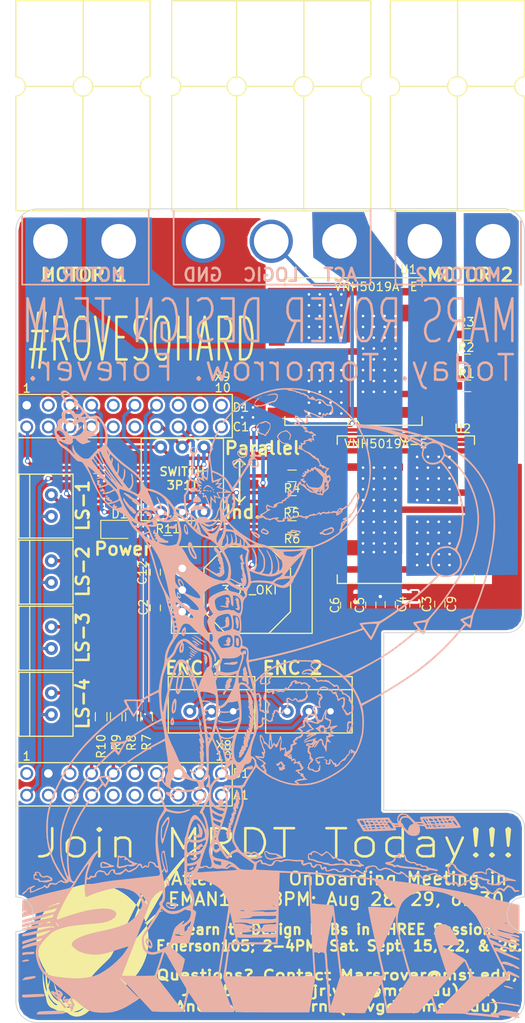
<source format=kicad_pcb>
(kicad_pcb (version 4) (host pcbnew 4.0.7)
  (layers (0 F.Cu signal) (31 B.Cu signal) (34 B.Paste user) (35 F.Paste user) (36 B.SilkS user) (37 F.SilkS user) (38 B.Mask user) (39 F.Mask user) (44 Edge.Cuts user))
  (net 0 "")
  (net 1 GND)
  (net 2 +3V3)
  (net 3 +12V)
  (net 4 "Net-(R1-Pad1)")
  (net 5 IN_A1)
  (net 6 "Net-(R2-Pad1)")
  (net 7 PWM1)
  (net 8 "Net-(R3-Pad1)")
  (net 9 IN_B1)
  (net 10 "Net-(R4-Pad1)")
  (net 11 IN_A2)
  (net 12 "Net-(R5-Pad1)")
  (net 13 PWM2)
  (net 14 "Net-(R6-Pad1)")
  (net 15 IN_B2)
  (net 16 Encoder1_PWM)
  (net 17 Encoder2_PWM)
  (net 18 /Out_A1)
  (net 19 /Out_B1)
  (net 20 /Out_A2)
  (net 21 /Out_B2)
  (net 22 /12V_Logic)
  (net 23 LS_1)
  (net 24 LS_2)
  (net 25 LS_3)
  (net 26 LS_4)
  (net 27 "Net-(D1-Pad2)")
  (module MRDT_Drill_Holes:Via_.6m (layer F.Cu) (at 144.5768 163.0172)
    (fp_text reference REF** hide)
    (fp_text value Via_P1.27mm_5x5 hide)
    (pad 1 thru_hole circle (at 0 0) (size 0.6 0.6) (drill 0.3) (layers *.Cu) (net 1 GND))
  )
  (module MRDT_Drill_Holes:Via_.6m (layer F.Cu) (at 145.8468 161.8488)
    (fp_text reference REF** hide)
    (fp_text value Via_P1.27mm_5x5 hide)
    (pad 1 thru_hole circle (at 0 0) (size 0.6 0.6) (drill 0.3) (layers *.Cu) (net 1 GND))
  )
  (module MRDT_Drill_Holes:Via_.6m (layer F.Cu) (at 144.5768 161.8488)
    (fp_text reference REF** hide)
    (fp_text value Via_P1.27mm_5x5 hide)
    (pad 1 thru_hole circle (at 0 0) (size 0.6 0.6) (drill 0.3) (layers *.Cu) (net 1 GND))
  )
  (module MRDT_Drill_Holes:Via_.6m (layer F.Cu) (at 145.8468 163.0172)
    (fp_text reference REF** hide)
    (fp_text value Via_P1.27mm_5x5 hide)
    (pad 1 thru_hole circle (at 0 0) (size 0.6 0.6) (drill 0.3) (layers *.Cu) (net 1 GND))
  )
  (module MRDT_Shields:TM4C129E_Launchpad_X9 (layer F.Cu) (at 118.0084 208.5848)
    (fp_text reference U6 hide)
    (fp_text value TM4C129E_Launchpad_X9 hide)
    (fp_text user 1 (at 1.27 -48.9712 180) (layer F.SilkS))
    (fp_text user 10 (at 24.2824 -49.022 180) (layer F.SilkS))
    (fp_text user 1 (at 1.27 -5.842 180) (layer F.SilkS))
    (fp_text user 10 (at 24.384 -5.842 180) (layer F.SilkS))
    (fp_text user X9 (at 24.2316 -50.3428 180) (layer F.SilkS))
    (fp_text user X8 (at 24.384 -7.112 180) (layer F.SilkS))
    (fp_text user C1 (at 26.416 -44.45 180) (layer F.SilkS))
    (fp_text user D1 (at 26.416 -46.736 180) (layer F.SilkS))
    (fp_text user B1 (at 26.416 -3.81 180) (layer F.SilkS))
    (fp_text user A1 (at 26.416 -1.27 180) (layer F.SilkS))
    (pad +5V thru_hole circle (at 1.27 -3.81 180) (size 1.52 1.52) (drill 1) (layers *.Cu *.Mask F.Paste))
    (pad GND thru_hole circle (at 3.81 -3.81 180) (size 1.52 1.52) (drill 1) (layers *.Cu *.Mask F.Paste) (net 1 GND))
    (pad PE0 thru_hole circle (at 6.35 -3.81 180) (size 1.52 1.52) (drill 1) (layers *.Cu *.Mask F.Paste) (net 26 LS_4))
    (pad PE1 thru_hole circle (at 8.89 -3.81 180) (size 1.52 1.52) (drill 1) (layers *.Cu *.Mask F.Paste) (net 25 LS_3))
    (pad PE2 thru_hole circle (at 11.43 -3.81 180) (size 1.52 1.52) (drill 1) (layers *.Cu *.Mask F.Paste) (net 24 LS_2))
    (pad PE3 thru_hole circle (at 13.97 -3.81 180) (size 1.52 1.52) (drill 1) (layers *.Cu *.Mask F.Paste) (net 23 LS_1))
    (pad PD7 thru_hole circle (at 16.51 -3.81 180) (size 1.52 1.52) (drill 1) (layers *.Cu *.Mask F.Paste))
    (pad PA6 thru_hole circle (at 19.05 -3.81 180) (size 1.52 1.52) (drill 1) (layers *.Cu *.Mask F.Paste))
    (pad PM4 thru_hole circle (at 21.59 -3.81 180) (size 1.52 1.52) (drill 1) (layers *.Cu *.Mask F.Paste))
    (pad PM5 thru_hole circle (at 24.13 -3.81 180) (size 1.52 1.52) (drill 1) (layers *.Cu *.Mask F.Paste))
    (pad +3V3 thru_hole circle (at 1.27 -1.27 180) (size 1.52 1.52) (drill 1) (layers *.Cu *.Mask F.Paste) (net 2 +3V3))
    (pad PE4 thru_hole circle (at 3.81 -1.27 180) (size 1.52 1.52) (drill 1) (layers *.Cu *.Mask F.Paste))
    (pad PC4 thru_hole circle (at 6.35 -1.27 180) (size 1.52 1.52) (drill 1) (layers *.Cu *.Mask F.Paste))
    (pad PC5 thru_hole circle (at 8.89 -1.27 180) (size 1.52 1.52) (drill 1) (layers *.Cu *.Mask F.Paste))
    (pad PC6 thru_hole circle (at 11.43 -1.27 180) (size 1.52 1.52) (drill 1) (layers *.Cu *.Mask F.Paste))
    (pad PE5 thru_hole circle (at 13.97 -1.27 180) (size 1.52 1.52) (drill 1) (layers *.Cu *.Mask F.Paste))
    (pad PD3 thru_hole circle (at 16.51 -1.27 180) (size 1.52 1.52) (drill 1) (layers *.Cu *.Mask F.Paste))
    (pad PC7 thru_hole circle (at 19.05 -1.27 180) (size 1.52 1.52) (drill 1) (layers *.Cu *.Mask F.Paste))
    (pad PB2 thru_hole circle (at 21.59 -1.27 180) (size 1.52 1.52) (drill 1) (layers *.Cu *.Mask F.Paste))
    (pad PB3 thru_hole circle (at 24.13 -1.27 180) (size 1.52 1.52) (drill 1) (layers *.Cu *.Mask F.Paste))
    (pad PF1 thru_hole circle (at 1.27 -44.45 180) (size 1.52 1.52) (drill 1) (layers *.Cu *.Mask F.Paste) (net 7 PWM1))
    (pad PF2 thru_hole circle (at 3.81 -44.45 180) (size 1.52 1.52) (drill 1) (layers *.Cu *.Mask F.Paste) (net 13 PWM2))
    (pad PF3 thru_hole circle (at 6.35 -44.45 180) (size 1.52 1.52) (drill 1) (layers *.Cu *.Mask F.Paste))
    (pad PG0 thru_hole circle (at 8.89 -44.45 180) (size 1.52 1.52) (drill 1) (layers *.Cu *.Mask F.Paste))
    (pad PL4 thru_hole circle (at 11.43 -44.45 180) (size 1.52 1.52) (drill 1) (layers *.Cu *.Mask F.Paste))
    (pad PL5 thru_hole circle (at 13.97 -44.45 180) (size 1.52 1.52) (drill 1) (layers *.Cu *.Mask F.Paste))
    (pad PL0 thru_hole circle (at 16.51 -44.45 180) (size 1.52 1.52) (drill 1) (layers *.Cu *.Mask F.Paste) (net 5 IN_A1))
    (pad PL1 thru_hole circle (at 19.05 -44.45 180) (size 1.52 1.52) (drill 1) (layers *.Cu *.Mask F.Paste) (net 11 IN_A2))
    (pad PL2 thru_hole circle (at 21.59 -44.45 180) (size 1.52 1.52) (drill 1) (layers *.Cu *.Mask F.Paste))
    (pad PL3 thru_hole circle (at 24.13 -44.45 180) (size 1.52 1.52) (drill 1) (layers *.Cu *.Mask F.Paste))
    (pad GND thru_hole circle (at 1.27 -46.99 180) (size 1.52 1.52) (drill 1) (layers *.Cu *.Mask F.Paste) (net 1 GND))
    (pad PM3 thru_hole circle (at 3.81 -46.99 180) (size 1.52 1.52) (drill 1) (layers *.Cu *.Mask F.Paste))
    (pad PH2 thru_hole circle (at 6.35 -46.99 180) (size 1.52 1.52) (drill 1) (layers *.Cu *.Mask F.Paste) (net 9 IN_B1))
    (pad PH3 thru_hole circle (at 8.89 -46.99 180) (size 1.52 1.52) (drill 1) (layers *.Cu *.Mask F.Paste) (net 15 IN_B2))
    (pad Rese thru_hole circle (at 11.43 -46.99 180) (size 1.52 1.52) (drill 1) (layers *.Cu *.Mask F.Paste))
    (pad PD1 thru_hole circle (at 13.97 -46.99 180) (size 1.52 1.52) (drill 1) (layers *.Cu *.Mask F.Paste) (net 17 Encoder2_PWM))
    (pad PD0 thru_hole circle (at 16.51 -46.99 180) (size 1.52 1.52) (drill 1) (layers *.Cu *.Mask F.Paste) (net 16 Encoder1_PWM))
    (pad PN2 thru_hole circle (at 19.05 -46.99 180) (size 1.52 1.52) (drill 1) (layers *.Cu *.Mask F.Paste))
    (pad PN3 thru_hole circle (at 21.59 -46.99 180) (size 1.52 1.52) (drill 1) (layers *.Cu *.Mask F.Paste))
    (pad PP2 thru_hole circle (at 24.13 -46.99 180) (size 1.52 1.52) (drill 1) (layers *.Cu *.Mask F.Paste))
  )
  (module MRDT_Connectors:MOLEX_SL_3_Vertical (layer F.Cu) (at 147.32 194.945)
    (fp_text reference U8 hide)
    (fp_text value Picoblade-3)
    (pad 1 thru_hole circle (at 2.54 2.54) (size 1.524 1.524) (drill 0.762) (layers *.Cu *.Mask) (net 2 +3V3))
    (pad 2 thru_hole circle (at 5.08 2.54) (size 1.524 1.524) (drill 0.762) (layers *.Cu *.Mask) (net 17 Encoder2_PWM))
    (pad 3 thru_hole circle (at 7.62 2.54) (size 1.524 1.524) (drill 0.762) (layers *.Cu *.Mask) (net 1 GND))
  )
  (module MRDT_Devices:OKI_Horisontal (layer F.Cu) (at 136.271 188.341 90)
    (fp_text reference U3 hide)
    (fp_text value 3.3V_OKI (at 5.08 9.144 180) (layer F.SilkS))
    (pad 1 thru_hole circle (at 2.54 1.27 90) (size 1.524 1.524) (drill 0.889) (layers *.Cu *.Mask) (net 22 /12V_Logic))
    (pad 2 thru_hole circle (at 5.08 1.27 90) (size 1.524 1.524) (drill 0.889) (layers *.Cu *.Mask) (net 1 GND))
    (pad 3 thru_hole circle (at 7.62 1.27 90) (size 1.524 1.524) (drill 0.889) (layers *.Cu *.Mask) (net 2 +3V3))
  )
  (module MRDT_Connectors:MOLEX_SL_2_Vertical (layer F.Cu) (at 122.174 181.102 90)
    (fp_text reference U5 hide)
    (fp_text value LS_2)
    (pad 1 thru_hole circle (at -1.27 0 90) (size 1.524 1.524) (drill 0.762) (layers *.Cu *.Mask) (net 2 +3V3))
    (pad 2 thru_hole circle (at 1.27 0 90) (size 1.524 1.524) (drill 0.762) (layers *.Cu *.Mask) (net 24 LS_2))
  )
  (module Capacitors_SMD:C_0603_HandSoldering (layer F.Cu) (at 161.9504 184.9628 270)
    (fp_text reference C4 (at -0.0508 -1.3716 270) (layer F.SilkS))
    (fp_text value .1u)
    (pad 1 smd rect (at -0.95 0 270) (size 1.2 0.75) (layers F.Cu F.Paste F.Mask) (net 3 +12V))
    (pad 2 smd rect (at 0.95 0 270) (size 1.2 0.75) (layers F.Cu F.Paste F.Mask) (net 1 GND))
  )
  (module MRDT_Drill_Holes:Via_.6m (layer F.Cu) (at 162.56 178.816)
    (fp_text reference REF** hide)
    (fp_text value Via_P1.27mm_5x5 hide)
    (pad 1 thru_hole circle (at 0 0) (size 0.6 0.6) (drill 0.3) (layers *.Cu) (net 3 +12V))
  )
  (module MRDT_Drill_Holes:Via_.6m (layer F.Cu) (at 161.29 178.816)
    (fp_text reference REF** hide)
    (fp_text value Via_P1.27mm_5x5 hide)
    (pad 1 thru_hole circle (at 0 0) (size 0.6 0.6) (drill 0.3) (layers *.Cu) (net 3 +12V))
  )
  (module MRDT_Drill_Holes:Via_.6m (layer F.Cu) (at 160.02 178.816)
    (fp_text reference REF** hide)
    (fp_text value Via_P1.27mm_5x5 hide)
    (pad 1 thru_hole circle (at 0 0) (size 0.6 0.6) (drill 0.3) (layers *.Cu) (net 3 +12V))
  )
  (module MRDT_Drill_Holes:Via_.6m (layer F.Cu) (at 158.75 178.816)
    (fp_text reference REF** hide)
    (fp_text value Via_P1.27mm_5x5 hide)
    (pad 1 thru_hole circle (at 0 0) (size 0.6 0.6) (drill 0.3) (layers *.Cu) (net 3 +12V))
  )
  (module MRDT_Drill_Holes:Via_.6m (layer F.Cu) (at 158.75 176.53)
    (fp_text reference REF** hide)
    (fp_text value Via_P1.27mm_5x5 hide)
    (pad 1 thru_hole circle (at 0 0) (size 0.6 0.6) (drill 0.3) (layers *.Cu) (net 3 +12V))
  )
  (module MRDT_ICs:MultiPowerSO_30 (layer F.Cu) (at 157.6324 155.2956 180)
    (fp_text reference U1 (at -6.4516 9.6266 180) (layer F.SilkS))
    (fp_text value VNH5019A-E (at -3.7846 -10.8204 180) (layer F.SilkS))
    (pad 1 smd rect (at -9.0043 -6.999999 180) (size 1.8542 0.635) (layers F.Cu F.Paste F.Mask) (net 18 /Out_A1))
    (pad 2 smd rect (at -9.0043 -6.000001 180) (size 1.8542 0.635) (layers F.Cu F.Paste F.Mask))
    (pad 3 smd rect (at -9.0043 -5 180) (size 1.8542 0.635) (layers F.Cu F.Paste F.Mask) (net 3 +12V))
    (pad 4 smd rect (at -9.0043 -4 180) (size 1.8542 0.635) (layers F.Cu F.Paste F.Mask) (net 4 "Net-(R1-Pad1)"))
    (pad 5 smd rect (at -9.0043 -2.999999 180) (size 1.8542 0.635) (layers F.Cu F.Paste F.Mask) (net 2 +3V3))
    (pad 6 smd rect (at -9.0043 -2.000001 180) (size 1.8542 0.635) (layers F.Cu F.Paste F.Mask) (net 2 +3V3))
    (pad 7 smd rect (at -9.0043 -1.000001 180) (size 1.8542 0.635) (layers F.Cu F.Paste F.Mask) (net 6 "Net-(R2-Pad1)"))
    (pad 8 smd rect (at -9.0043 0 180) (size 1.8542 0.635) (layers F.Cu F.Paste F.Mask))
    (pad 9 smd rect (at -9.0043 1.000001 180) (size 1.8542 0.635) (layers F.Cu F.Paste F.Mask) (net 2 +3V3))
    (pad 10 smd rect (at -9.0043 2.000001 180) (size 1.8542 0.635) (layers F.Cu F.Paste F.Mask) (net 8 "Net-(R3-Pad1)"))
    (pad 11 smd rect (at -9.0043 2.999999 180) (size 1.8542 0.635) (layers F.Cu F.Paste F.Mask))
    (pad 12 smd rect (at -9.0043 4 180) (size 1.8542 0.635) (layers F.Cu F.Paste F.Mask) (net 3 +12V))
    (pad 13 smd rect (at -9.0043 5 180) (size 1.8542 0.635) (layers F.Cu F.Paste F.Mask) (net 3 +12V))
    (pad 14 smd rect (at -9.0043 6.000001 180) (size 1.8542 0.635) (layers F.Cu F.Paste F.Mask))
    (pad 15 smd rect (at -9.0043 7.000001 180) (size 1.8542 0.635) (layers F.Cu F.Paste F.Mask) (net 19 /Out_B1))
    (pad 16 smd rect (at 9.0043 6.999999 180) (size 1.8542 0.635) (layers F.Cu F.Paste F.Mask) (net 19 /Out_B1))
    (pad 17 smd rect (at 9.0043 6.000001 180) (size 1.8542 0.635) (layers F.Cu F.Paste F.Mask))
    (pad 18 smd rect (at 9.0043 5 180) (size 1.8542 0.635) (layers F.Cu F.Paste F.Mask) (net 1 GND))
    (pad 19 smd rect (at 9.0043 4 180) (size 1.8542 0.635) (layers F.Cu F.Paste F.Mask) (net 1 GND))
    (pad 20 smd rect (at 9.0043 2.999999 180) (size 1.8542 0.635) (layers F.Cu F.Paste F.Mask) (net 1 GND))
    (pad 21 smd rect (at 9.0043 2.000001 180) (size 1.8542 0.635) (layers F.Cu F.Paste F.Mask) (net 19 /Out_B1))
    (pad 22 smd rect (at 9.0043 1.000001 180) (size 1.8542 0.635) (layers F.Cu F.Paste F.Mask))
    (pad 23 smd rect (at 9.0043 0 180) (size 1.8542 0.635) (layers F.Cu F.Paste F.Mask) (net 3 +12V))
    (pad 24 smd rect (at 9.0043 -1.000001 180) (size 1.8542 0.635) (layers F.Cu F.Paste F.Mask))
    (pad 25 smd rect (at 9.0043 -2.000001 180) (size 1.8542 0.635) (layers F.Cu F.Paste F.Mask) (net 18 /Out_A1))
    (pad 26 smd rect (at 9.0043 -2.999999 180) (size 1.8542 0.635) (layers F.Cu F.Paste F.Mask) (net 1 GND))
    (pad 27 smd rect (at 9.0043 -4 180) (size 1.8542 0.635) (layers F.Cu F.Paste F.Mask) (net 1 GND))
    (pad 28 smd rect (at 9.0043 -5 180) (size 1.8542 0.635) (layers F.Cu F.Paste F.Mask) (net 1 GND))
    (pad 29 smd rect (at 9.0043 -6.000001 180) (size 1.8542 0.635) (layers F.Cu F.Paste F.Mask))
    (pad 30 smd rect (at 9.0043 -7.000001 180) (size 1.8542 0.635) (layers F.Cu F.Paste F.Mask) (net 18 /Out_A1))
    (pad 31 smd rect (at 3.048 -4.1656 180) (size 5.2578 6.223) (layers F.Cu F.Paste F.Mask) (net 18 /Out_A1))
    (pad 32 smd rect (at -3.048 0 180) (size 5.2578 10.3124) (layers F.Cu F.Paste F.Mask) (net 3 +12V))
    (pad 33 smd rect (at 3.048 4.1656 180) (size 5.2578 6.223) (layers F.Cu F.Paste F.Mask) (net 19 /Out_B1))
  )
  (module MRDT_Drill_Holes:Via_.6m (layer F.Cu) (at 168.91 180.34)
    (fp_text reference REF** hide)
    (fp_text value Via_P1.27mm_5x5 hide)
    (pad 1 thru_hole circle (at 0 0) (size 0.6 0.6) (drill 0.3) (layers *.Cu) (net 21 /Out_B2))
  )
  (module MRDT_Drill_Holes:Via_.6m (layer F.Cu) (at 167.64 180.34)
    (fp_text reference REF** hide)
    (fp_text value Via_P1.27mm_5x5 hide)
    (pad 1 thru_hole circle (at 0 0) (size 0.6 0.6) (drill 0.3) (layers *.Cu) (net 21 /Out_B2))
  )
  (module MRDT_Drill_Holes:Via_.6m (layer F.Cu) (at 166.37 180.34)
    (fp_text reference REF** hide)
    (fp_text value Via_P1.27mm_5x5 hide)
    (pad 1 thru_hole circle (at 0 0) (size 0.6 0.6) (drill 0.3) (layers *.Cu) (net 21 /Out_B2))
  )
  (module MRDT_Drill_Holes:Via_.6m (layer F.Cu) (at 165.1 180.34)
    (fp_text reference REF** hide)
    (fp_text value Via_P1.27mm_5x5 hide)
    (pad 1 thru_hole circle (at 0 0) (size 0.6 0.6) (drill 0.3) (layers *.Cu) (net 21 /Out_B2))
  )
  (module MRDT_Drill_Holes:Via_.6m (layer F.Cu) (at 168.91 179.07)
    (fp_text reference REF** hide)
    (fp_text value Via_P1.27mm_5x5 hide)
    (pad 1 thru_hole circle (at 0 0) (size 0.6 0.6) (drill 0.3) (layers *.Cu) (net 21 /Out_B2))
  )
  (module MRDT_Drill_Holes:Via_.6m (layer F.Cu) (at 167.64 179.07)
    (fp_text reference REF** hide)
    (fp_text value Via_P1.27mm_5x5 hide)
    (pad 1 thru_hole circle (at 0 0) (size 0.6 0.6) (drill 0.3) (layers *.Cu) (net 21 /Out_B2))
  )
  (module MRDT_Drill_Holes:Via_.6m (layer F.Cu) (at 166.37 179.07)
    (fp_text reference REF** hide)
    (fp_text value Via_P1.27mm_5x5 hide)
    (pad 1 thru_hole circle (at 0 0) (size 0.6 0.6) (drill 0.3) (layers *.Cu) (net 21 /Out_B2))
  )
  (module MRDT_Drill_Holes:Via_.6m (layer F.Cu) (at 165.1 179.07)
    (fp_text reference REF** hide)
    (fp_text value Via_P1.27mm_5x5 hide)
    (pad 1 thru_hole circle (at 0 0) (size 0.6 0.6) (drill 0.3) (layers *.Cu) (net 21 /Out_B2))
  )
  (module MRDT_Drill_Holes:Via_.6m (layer F.Cu) (at 168.91 177.8)
    (fp_text reference REF** hide)
    (fp_text value Via_P1.27mm_5x5 hide)
    (pad 1 thru_hole circle (at 0 0) (size 0.6 0.6) (drill 0.3) (layers *.Cu) (net 21 /Out_B2))
  )
  (module MRDT_Drill_Holes:Via_.6m (layer F.Cu) (at 167.64 177.8)
    (fp_text reference REF** hide)
    (fp_text value Via_P1.27mm_5x5 hide)
    (pad 1 thru_hole circle (at 0 0) (size 0.6 0.6) (drill 0.3) (layers *.Cu) (net 21 /Out_B2))
  )
  (module MRDT_Drill_Holes:Via_.6m (layer F.Cu) (at 166.37 177.8)
    (fp_text reference REF** hide)
    (fp_text value Via_P1.27mm_5x5 hide)
    (pad 1 thru_hole circle (at 0 0) (size 0.6 0.6) (drill 0.3) (layers *.Cu) (net 21 /Out_B2))
  )
  (module MRDT_Drill_Holes:Via_.6m (layer F.Cu) (at 165.1 177.8)
    (fp_text reference REF** hide)
    (fp_text value Via_P1.27mm_5x5 hide)
    (pad 1 thru_hole circle (at 0 0) (size 0.6 0.6) (drill 0.3) (layers *.Cu) (net 21 /Out_B2))
  )
  (module MRDT_Drill_Holes:Via_.6m (layer F.Cu) (at 168.91 176.53)
    (fp_text reference REF** hide)
    (fp_text value Via_P1.27mm_5x5 hide)
    (pad 1 thru_hole circle (at 0 0) (size 0.6 0.6) (drill 0.3) (layers *.Cu) (net 21 /Out_B2))
  )
  (module MRDT_Drill_Holes:Via_.6m (layer F.Cu) (at 167.64 176.53)
    (fp_text reference REF** hide)
    (fp_text value Via_P1.27mm_5x5 hide)
    (pad 1 thru_hole circle (at 0 0) (size 0.6 0.6) (drill 0.3) (layers *.Cu) (net 21 /Out_B2))
  )
  (module MRDT_Drill_Holes:Via_.6m (layer F.Cu) (at 166.37 176.53)
    (fp_text reference REF** hide)
    (fp_text value Via_P1.27mm_5x5 hide)
    (pad 1 thru_hole circle (at 0 0) (size 0.6 0.6) (drill 0.3) (layers *.Cu) (net 21 /Out_B2))
  )
  (module MRDT_Drill_Holes:Via_.6m (layer F.Cu) (at 165.1 176.53)
    (fp_text reference REF** hide)
    (fp_text value Via_P1.27mm_5x5 hide)
    (pad 1 thru_hole circle (at 0 0) (size 0.6 0.6) (drill 0.3) (layers *.Cu) (net 21 /Out_B2))
  )
  (module MRDT_Drill_Holes:Via_.6m (layer F.Cu) (at 168.91 175.26)
    (fp_text reference REF** hide)
    (fp_text value Via_P1.27mm_5x5 hide)
    (pad 1 thru_hole circle (at 0 0) (size 0.6 0.6) (drill 0.3) (layers *.Cu) (net 21 /Out_B2))
  )
  (module MRDT_Drill_Holes:Via_.6m (layer F.Cu) (at 167.64 175.26)
    (fp_text reference REF** hide)
    (fp_text value Via_P1.27mm_5x5 hide)
    (pad 1 thru_hole circle (at 0 0) (size 0.6 0.6) (drill 0.3) (layers *.Cu) (net 21 /Out_B2))
  )
  (module MRDT_Drill_Holes:Via_.6m (layer F.Cu) (at 166.37 175.26)
    (fp_text reference REF** hide)
    (fp_text value Via_P1.27mm_5x5 hide)
    (pad 1 thru_hole circle (at 0 0) (size 0.6 0.6) (drill 0.3) (layers *.Cu) (net 21 /Out_B2))
  )
  (module MRDT_Drill_Holes:Via_.6m (layer F.Cu) (at 165.1 175.26)
    (fp_text reference REF** hide)
    (fp_text value Via_P1.27mm_5x5 hide)
    (pad 1 thru_hole circle (at 0 0) (size 0.6 0.6) (drill 0.3) (layers *.Cu) (net 21 /Out_B2))
  )
  (module MRDT_Drill_Holes:Via_.6m (layer F.Cu) (at 168.91 172.72)
    (fp_text reference REF** hide)
    (fp_text value Via_P1.27mm_5x5 hide)
    (pad 1 thru_hole circle (at 0 0) (size 0.6 0.6) (drill 0.3) (layers *.Cu) (net 20 /Out_A2))
  )
  (module MRDT_Drill_Holes:Via_.6m (layer F.Cu) (at 167.64 172.72)
    (fp_text reference REF** hide)
    (fp_text value Via_P1.27mm_5x5 hide)
    (pad 1 thru_hole circle (at 0 0) (size 0.6 0.6) (drill 0.3) (layers *.Cu) (net 20 /Out_A2))
  )
  (module MRDT_Drill_Holes:Via_.6m (layer F.Cu) (at 166.37 172.72)
    (fp_text reference REF** hide)
    (fp_text value Via_P1.27mm_5x5 hide)
    (pad 1 thru_hole circle (at 0 0) (size 0.6 0.6) (drill 0.3) (layers *.Cu) (net 20 /Out_A2))
  )
  (module MRDT_Drill_Holes:Via_.6m (layer F.Cu) (at 165.1 172.72)
    (fp_text reference REF** hide)
    (fp_text value Via_P1.27mm_5x5 hide)
    (pad 1 thru_hole circle (at 0 0) (size 0.6 0.6) (drill 0.3) (layers *.Cu) (net 20 /Out_A2))
  )
  (module MRDT_Drill_Holes:Via_.6m (layer F.Cu) (at 168.91 171.45)
    (fp_text reference REF** hide)
    (fp_text value Via_P1.27mm_5x5 hide)
    (pad 1 thru_hole circle (at 0 0) (size 0.6 0.6) (drill 0.3) (layers *.Cu) (net 20 /Out_A2))
  )
  (module MRDT_Drill_Holes:Via_.6m (layer F.Cu) (at 167.64 171.45)
    (fp_text reference REF** hide)
    (fp_text value Via_P1.27mm_5x5 hide)
    (pad 1 thru_hole circle (at 0 0) (size 0.6 0.6) (drill 0.3) (layers *.Cu) (net 20 /Out_A2))
  )
  (module MRDT_Drill_Holes:Via_.6m (layer F.Cu) (at 166.37 171.45)
    (fp_text reference REF** hide)
    (fp_text value Via_P1.27mm_5x5 hide)
    (pad 1 thru_hole circle (at 0 0) (size 0.6 0.6) (drill 0.3) (layers *.Cu) (net 20 /Out_A2))
  )
  (module MRDT_Drill_Holes:Via_.6m (layer F.Cu) (at 165.1 171.45)
    (fp_text reference REF** hide)
    (fp_text value Via_P1.27mm_5x5 hide)
    (pad 1 thru_hole circle (at 0 0) (size 0.6 0.6) (drill 0.3) (layers *.Cu) (net 20 /Out_A2))
  )
  (module MRDT_Drill_Holes:Via_.6m (layer F.Cu) (at 168.91 170.18)
    (fp_text reference REF** hide)
    (fp_text value Via_P1.27mm_5x5 hide)
    (pad 1 thru_hole circle (at 0 0) (size 0.6 0.6) (drill 0.3) (layers *.Cu) (net 20 /Out_A2))
  )
  (module MRDT_Drill_Holes:Via_.6m (layer F.Cu) (at 167.64 170.18)
    (fp_text reference REF** hide)
    (fp_text value Via_P1.27mm_5x5 hide)
    (pad 1 thru_hole circle (at 0 0) (size 0.6 0.6) (drill 0.3) (layers *.Cu) (net 20 /Out_A2))
  )
  (module MRDT_Drill_Holes:Via_.6m (layer F.Cu) (at 166.37 170.18)
    (fp_text reference REF** hide)
    (fp_text value Via_P1.27mm_5x5 hide)
    (pad 1 thru_hole circle (at 0 0) (size 0.6 0.6) (drill 0.3) (layers *.Cu) (net 20 /Out_A2))
  )
  (module MRDT_Drill_Holes:Via_.6m (layer F.Cu) (at 165.1 170.18)
    (fp_text reference REF** hide)
    (fp_text value Via_P1.27mm_5x5 hide)
    (pad 1 thru_hole circle (at 0 0) (size 0.6 0.6) (drill 0.3) (layers *.Cu) (net 20 /Out_A2))
  )
  (module MRDT_Drill_Holes:Via_.6m (layer F.Cu) (at 168.91 168.91)
    (fp_text reference REF** hide)
    (fp_text value Via_P1.27mm_5x5 hide)
    (pad 1 thru_hole circle (at 0 0) (size 0.6 0.6) (drill 0.3) (layers *.Cu) (net 20 /Out_A2))
  )
  (module MRDT_Drill_Holes:Via_.6m (layer F.Cu) (at 167.64 168.91)
    (fp_text reference REF** hide)
    (fp_text value Via_P1.27mm_5x5 hide)
    (pad 1 thru_hole circle (at 0 0) (size 0.6 0.6) (drill 0.3) (layers *.Cu) (net 20 /Out_A2))
  )
  (module MRDT_Drill_Holes:Via_.6m (layer F.Cu) (at 166.37 168.91)
    (fp_text reference REF** hide)
    (fp_text value Via_P1.27mm_5x5 hide)
    (pad 1 thru_hole circle (at 0 0) (size 0.6 0.6) (drill 0.3) (layers *.Cu) (net 20 /Out_A2))
  )
  (module MRDT_Drill_Holes:Via_.6m (layer F.Cu) (at 165.1 168.91)
    (fp_text reference REF** hide)
    (fp_text value Via_P1.27mm_5x5 hide)
    (pad 1 thru_hole circle (at 0 0) (size 0.6 0.6) (drill 0.3) (layers *.Cu) (net 20 /Out_A2))
  )
  (module MRDT_Drill_Holes:Via_.6m (layer F.Cu) (at 168.91 167.64)
    (fp_text reference REF** hide)
    (fp_text value Via_P1.27mm_5x5 hide)
    (pad 1 thru_hole circle (at 0 0) (size 0.6 0.6) (drill 0.3) (layers *.Cu) (net 20 /Out_A2))
  )
  (module MRDT_Drill_Holes:Via_.6m (layer F.Cu) (at 167.64 167.64)
    (fp_text reference REF** hide)
    (fp_text value Via_P1.27mm_5x5 hide)
    (pad 1 thru_hole circle (at 0 0) (size 0.6 0.6) (drill 0.3) (layers *.Cu) (net 20 /Out_A2))
  )
  (module MRDT_Drill_Holes:Via_.6m (layer F.Cu) (at 166.37 167.64)
    (fp_text reference REF** hide)
    (fp_text value Via_P1.27mm_5x5 hide)
    (pad 1 thru_hole circle (at 0 0) (size 0.6 0.6) (drill 0.3) (layers *.Cu) (net 20 /Out_A2))
  )
  (module MRDT_Drill_Holes:Via_.6m (layer F.Cu) (at 165.1 167.64)
    (fp_text reference REF** hide)
    (fp_text value Via_P1.27mm_5x5 hide)
    (pad 1 thru_hole circle (at 0 0) (size 0.6 0.6) (drill 0.3) (layers *.Cu) (net 20 /Out_A2))
  )
  (module MRDT_Drill_Holes:Via_.6m (layer F.Cu) (at 156.21 162.56)
    (fp_text reference REF** hide)
    (fp_text value Via_P1.27mm_5x5 hide)
    (pad 1 thru_hole circle (at 0 0) (size 0.6 0.6) (drill 0.3) (layers *.Cu) (net 18 /Out_A1))
  )
  (module MRDT_Drill_Holes:Via_.6m (layer F.Cu) (at 154.94 162.56)
    (fp_text reference REF** hide)
    (fp_text value Via_P1.27mm_5x5 hide)
    (pad 1 thru_hole circle (at 0 0) (size 0.6 0.6) (drill 0.3) (layers *.Cu) (net 18 /Out_A1))
  )
  (module MRDT_Drill_Holes:Via_.6m (layer F.Cu) (at 153.67 162.56)
    (fp_text reference REF** hide)
    (fp_text value Via_P1.27mm_5x5 hide)
    (pad 1 thru_hole circle (at 0 0) (size 0.6 0.6) (drill 0.3) (layers *.Cu) (net 18 /Out_A1))
  )
  (module MRDT_Drill_Holes:Via_.6m (layer F.Cu) (at 152.4 162.56)
    (fp_text reference REF** hide)
    (fp_text value Via_P1.27mm_5x5 hide)
    (pad 1 thru_hole circle (at 0 0) (size 0.6 0.6) (drill 0.3) (layers *.Cu) (net 18 /Out_A1))
  )
  (module MRDT_Drill_Holes:Via_.6m (layer F.Cu) (at 156.21 161.29)
    (fp_text reference REF** hide)
    (fp_text value Via_P1.27mm_5x5 hide)
    (pad 1 thru_hole circle (at 0 0) (size 0.6 0.6) (drill 0.3) (layers *.Cu) (net 18 /Out_A1))
  )
  (module MRDT_Drill_Holes:Via_.6m (layer F.Cu) (at 154.94 161.29)
    (fp_text reference REF** hide)
    (fp_text value Via_P1.27mm_5x5 hide)
    (pad 1 thru_hole circle (at 0 0) (size 0.6 0.6) (drill 0.3) (layers *.Cu) (net 18 /Out_A1))
  )
  (module MRDT_Drill_Holes:Via_.6m (layer F.Cu) (at 153.67 161.29)
    (fp_text reference REF** hide)
    (fp_text value Via_P1.27mm_5x5 hide)
    (pad 1 thru_hole circle (at 0 0) (size 0.6 0.6) (drill 0.3) (layers *.Cu) (net 18 /Out_A1))
  )
  (module MRDT_Drill_Holes:Via_.6m (layer F.Cu) (at 152.4 161.29)
    (fp_text reference REF** hide)
    (fp_text value Via_P1.27mm_5x5 hide)
    (pad 1 thru_hole circle (at 0 0) (size 0.6 0.6) (drill 0.3) (layers *.Cu) (net 18 /Out_A1))
  )
  (module MRDT_Drill_Holes:Via_.6m (layer F.Cu) (at 156.21 160.02)
    (fp_text reference REF** hide)
    (fp_text value Via_P1.27mm_5x5 hide)
    (pad 1 thru_hole circle (at 0 0) (size 0.6 0.6) (drill 0.3) (layers *.Cu) (net 18 /Out_A1))
  )
  (module MRDT_Drill_Holes:Via_.6m (layer F.Cu) (at 154.94 160.02)
    (fp_text reference REF** hide)
    (fp_text value Via_P1.27mm_5x5 hide)
    (pad 1 thru_hole circle (at 0 0) (size 0.6 0.6) (drill 0.3) (layers *.Cu) (net 18 /Out_A1))
  )
  (module MRDT_Drill_Holes:Via_.6m (layer F.Cu) (at 153.67 160.02)
    (fp_text reference REF** hide)
    (fp_text value Via_P1.27mm_5x5 hide)
    (pad 1 thru_hole circle (at 0 0) (size 0.6 0.6) (drill 0.3) (layers *.Cu) (net 18 /Out_A1))
  )
  (module MRDT_Drill_Holes:Via_.6m (layer F.Cu) (at 152.4 160.02)
    (fp_text reference REF** hide)
    (fp_text value Via_P1.27mm_5x5 hide)
    (pad 1 thru_hole circle (at 0 0) (size 0.6 0.6) (drill 0.3) (layers *.Cu) (net 18 /Out_A1))
  )
  (module MRDT_Drill_Holes:Via_.6m (layer F.Cu) (at 156.21 158.75)
    (fp_text reference REF** hide)
    (fp_text value Via_P1.27mm_5x5 hide)
    (pad 1 thru_hole circle (at 0 0) (size 0.6 0.6) (drill 0.3) (layers *.Cu) (net 18 /Out_A1))
  )
  (module MRDT_Drill_Holes:Via_.6m (layer F.Cu) (at 154.94 158.75)
    (fp_text reference REF** hide)
    (fp_text value Via_P1.27mm_5x5 hide)
    (pad 1 thru_hole circle (at 0 0) (size 0.6 0.6) (drill 0.3) (layers *.Cu) (net 18 /Out_A1))
  )
  (module MRDT_Drill_Holes:Via_.6m (layer F.Cu) (at 153.67 158.75)
    (fp_text reference REF** hide)
    (fp_text value Via_P1.27mm_5x5 hide)
    (pad 1 thru_hole circle (at 0 0) (size 0.6 0.6) (drill 0.3) (layers *.Cu) (net 18 /Out_A1))
  )
  (module MRDT_Drill_Holes:Via_.6m (layer F.Cu) (at 152.4 158.75)
    (fp_text reference REF** hide)
    (fp_text value Via_P1.27mm_5x5 hide)
    (pad 1 thru_hole circle (at 0 0) (size 0.6 0.6) (drill 0.3) (layers *.Cu) (net 18 /Out_A1))
  )
  (module MRDT_Drill_Holes:Via_.6m (layer F.Cu) (at 156.21 157.48)
    (fp_text reference REF** hide)
    (fp_text value Via_P1.27mm_5x5 hide)
    (pad 1 thru_hole circle (at 0 0) (size 0.6 0.6) (drill 0.3) (layers *.Cu) (net 18 /Out_A1))
  )
  (module MRDT_Drill_Holes:Via_.6m (layer F.Cu) (at 154.94 157.48)
    (fp_text reference REF** hide)
    (fp_text value Via_P1.27mm_5x5 hide)
    (pad 1 thru_hole circle (at 0 0) (size 0.6 0.6) (drill 0.3) (layers *.Cu) (net 18 /Out_A1))
  )
  (module MRDT_Drill_Holes:Via_.6m (layer F.Cu) (at 153.67 157.48)
    (fp_text reference REF** hide)
    (fp_text value Via_P1.27mm_5x5 hide)
    (pad 1 thru_hole circle (at 0 0) (size 0.6 0.6) (drill 0.3) (layers *.Cu) (net 18 /Out_A1))
  )
  (module MRDT_Drill_Holes:Via_.6m (layer F.Cu) (at 152.4 157.48)
    (fp_text reference REF** hide)
    (fp_text value Via_P1.27mm_5x5 hide)
    (pad 1 thru_hole circle (at 0 0) (size 0.6 0.6) (drill 0.3) (layers *.Cu) (net 18 /Out_A1))
  )
  (module MRDT_Drill_Holes:Via_.6m (layer F.Cu) (at 156.21 153.67)
    (fp_text reference REF** hide)
    (fp_text value Via_P1.27mm_5x5 hide)
    (pad 1 thru_hole circle (at 0 0) (size 0.6 0.6) (drill 0.3) (layers *.Cu) (net 19 /Out_B1))
  )
  (module MRDT_Drill_Holes:Via_.6m (layer F.Cu) (at 154.94 153.67)
    (fp_text reference REF** hide)
    (fp_text value Via_P1.27mm_5x5 hide)
    (pad 1 thru_hole circle (at 0 0) (size 0.6 0.6) (drill 0.3) (layers *.Cu) (net 19 /Out_B1))
  )
  (module MRDT_Drill_Holes:Via_.6m (layer F.Cu) (at 153.67 153.67)
    (fp_text reference REF** hide)
    (fp_text value Via_P1.27mm_5x5 hide)
    (pad 1 thru_hole circle (at 0 0) (size 0.6 0.6) (drill 0.3) (layers *.Cu) (net 19 /Out_B1))
  )
  (module MRDT_Drill_Holes:Via_.6m (layer F.Cu) (at 152.4 153.67)
    (fp_text reference REF** hide)
    (fp_text value Via_P1.27mm_5x5 hide)
    (pad 1 thru_hole circle (at 0 0) (size 0.6 0.6) (drill 0.3) (layers *.Cu) (net 19 /Out_B1))
  )
  (module MRDT_Drill_Holes:Via_.6m (layer F.Cu) (at 156.21 152.4)
    (fp_text reference REF** hide)
    (fp_text value Via_P1.27mm_5x5 hide)
    (pad 1 thru_hole circle (at 0 0) (size 0.6 0.6) (drill 0.3) (layers *.Cu) (net 19 /Out_B1))
  )
  (module MRDT_Drill_Holes:Via_.6m (layer F.Cu) (at 154.94 152.4)
    (fp_text reference REF** hide)
    (fp_text value Via_P1.27mm_5x5 hide)
    (pad 1 thru_hole circle (at 0 0) (size 0.6 0.6) (drill 0.3) (layers *.Cu) (net 19 /Out_B1))
  )
  (module MRDT_Drill_Holes:Via_.6m (layer F.Cu) (at 153.67 152.4)
    (fp_text reference REF** hide)
    (fp_text value Via_P1.27mm_5x5 hide)
    (pad 1 thru_hole circle (at 0 0) (size 0.6 0.6) (drill 0.3) (layers *.Cu) (net 19 /Out_B1))
  )
  (module MRDT_Drill_Holes:Via_.6m (layer F.Cu) (at 152.4 152.4)
    (fp_text reference REF** hide)
    (fp_text value Via_P1.27mm_5x5 hide)
    (pad 1 thru_hole circle (at 0 0) (size 0.6 0.6) (drill 0.3) (layers *.Cu) (net 19 /Out_B1))
  )
  (module MRDT_Drill_Holes:Via_.6m (layer F.Cu) (at 156.21 151.13)
    (fp_text reference REF** hide)
    (fp_text value Via_P1.27mm_5x5 hide)
    (pad 1 thru_hole circle (at 0 0) (size 0.6 0.6) (drill 0.3) (layers *.Cu) (net 19 /Out_B1))
  )
  (module MRDT_Drill_Holes:Via_.6m (layer F.Cu) (at 154.94 151.13)
    (fp_text reference REF** hide)
    (fp_text value Via_P1.27mm_5x5 hide)
    (pad 1 thru_hole circle (at 0 0) (size 0.6 0.6) (drill 0.3) (layers *.Cu) (net 19 /Out_B1))
  )
  (module MRDT_Drill_Holes:Via_.6m (layer F.Cu) (at 153.67 151.13)
    (fp_text reference REF** hide)
    (fp_text value Via_P1.27mm_5x5 hide)
    (pad 1 thru_hole circle (at 0 0) (size 0.6 0.6) (drill 0.3) (layers *.Cu) (net 19 /Out_B1))
  )
  (module MRDT_Drill_Holes:Via_.6m (layer F.Cu) (at 152.4 151.13)
    (fp_text reference REF** hide)
    (fp_text value Via_P1.27mm_5x5 hide)
    (pad 1 thru_hole circle (at 0 0) (size 0.6 0.6) (drill 0.3) (layers *.Cu) (net 19 /Out_B1))
  )
  (module MRDT_Drill_Holes:Via_.6m (layer F.Cu) (at 156.21 149.86)
    (fp_text reference REF** hide)
    (fp_text value Via_P1.27mm_5x5 hide)
    (pad 1 thru_hole circle (at 0 0) (size 0.6 0.6) (drill 0.3) (layers *.Cu) (net 19 /Out_B1))
  )
  (module MRDT_Drill_Holes:Via_.6m (layer F.Cu) (at 154.94 149.86)
    (fp_text reference REF** hide)
    (fp_text value Via_P1.27mm_5x5 hide)
    (pad 1 thru_hole circle (at 0 0) (size 0.6 0.6) (drill 0.3) (layers *.Cu) (net 19 /Out_B1))
  )
  (module MRDT_Drill_Holes:Via_.6m (layer F.Cu) (at 153.67 149.86)
    (fp_text reference REF** hide)
    (fp_text value Via_P1.27mm_5x5 hide)
    (pad 1 thru_hole circle (at 0 0) (size 0.6 0.6) (drill 0.3) (layers *.Cu) (net 19 /Out_B1))
  )
  (module MRDT_Drill_Holes:Via_.6m (layer F.Cu) (at 152.4 149.86)
    (fp_text reference REF** hide)
    (fp_text value Via_P1.27mm_5x5 hide)
    (pad 1 thru_hole circle (at 0 0) (size 0.6 0.6) (drill 0.3) (layers *.Cu) (net 19 /Out_B1))
  )
  (module MRDT_Drill_Holes:Via_.6m (layer F.Cu) (at 156.21 148.59)
    (fp_text reference REF** hide)
    (fp_text value Via_P1.27mm_5x5 hide)
    (pad 1 thru_hole circle (at 0 0) (size 0.6 0.6) (drill 0.3) (layers *.Cu) (net 19 /Out_B1))
  )
  (module MRDT_Drill_Holes:Via_.6m (layer F.Cu) (at 154.94 148.59)
    (fp_text reference REF** hide)
    (fp_text value Via_P1.27mm_5x5 hide)
    (pad 1 thru_hole circle (at 0 0) (size 0.6 0.6) (drill 0.3) (layers *.Cu) (net 19 /Out_B1))
  )
  (module MRDT_Drill_Holes:Via_.6m (layer F.Cu) (at 153.67 148.59)
    (fp_text reference REF** hide)
    (fp_text value Via_P1.27mm_5x5 hide)
    (pad 1 thru_hole circle (at 0 0) (size 0.6 0.6) (drill 0.3) (layers *.Cu) (net 19 /Out_B1))
  )
  (module MRDT_Drill_Holes:Via_.6m (layer F.Cu) (at 152.4 148.59)
    (fp_text reference REF** hide)
    (fp_text value Via_P1.27mm_5x5 hide)
    (pad 1 thru_hole circle (at 0 0) (size 0.6 0.6) (drill 0.3) (layers *.Cu) (net 19 /Out_B1))
  )
  (module MRDT_Drill_Holes:Via_.6m (layer F.Cu) (at 162.56 160.02)
    (fp_text reference REF** hide)
    (fp_text value Via_P1.27mm_5x5 hide)
    (pad 1 thru_hole circle (at 0 0) (size 0.6 0.6) (drill 0.3) (layers *.Cu) (net 3 +12V))
  )
  (module MRDT_Drill_Holes:Via_.6m (layer F.Cu) (at 161.29 160.02)
    (fp_text reference REF** hide)
    (fp_text value Via_P1.27mm_5x5 hide)
    (pad 1 thru_hole circle (at 0 0) (size 0.6 0.6) (drill 0.3) (layers *.Cu) (net 3 +12V))
  )
  (module MRDT_Drill_Holes:Via_.6m (layer F.Cu) (at 160.02 160.02)
    (fp_text reference REF** hide)
    (fp_text value Via_P1.27mm_5x5 hide)
    (pad 1 thru_hole circle (at 0 0) (size 0.6 0.6) (drill 0.3) (layers *.Cu) (net 3 +12V))
  )
  (module MRDT_Drill_Holes:Via_.6m (layer F.Cu) (at 158.75 160.02)
    (fp_text reference REF** hide)
    (fp_text value Via_P1.27mm_5x5 hide)
    (pad 1 thru_hole circle (at 0 0) (size 0.6 0.6) (drill 0.3) (layers *.Cu) (net 3 +12V))
  )
  (module MRDT_Drill_Holes:Via_.6m (layer F.Cu) (at 162.56 158.75)
    (fp_text reference REF** hide)
    (fp_text value Via_P1.27mm_5x5 hide)
    (pad 1 thru_hole circle (at 0 0) (size 0.6 0.6) (drill 0.3) (layers *.Cu) (net 3 +12V))
  )
  (module MRDT_Drill_Holes:Via_.6m (layer F.Cu) (at 161.29 158.75)
    (fp_text reference REF** hide)
    (fp_text value Via_P1.27mm_5x5 hide)
    (pad 1 thru_hole circle (at 0 0) (size 0.6 0.6) (drill 0.3) (layers *.Cu) (net 3 +12V))
  )
  (module MRDT_Drill_Holes:Via_.6m (layer F.Cu) (at 160.02 158.75)
    (fp_text reference REF** hide)
    (fp_text value Via_P1.27mm_5x5 hide)
    (pad 1 thru_hole circle (at 0 0) (size 0.6 0.6) (drill 0.3) (layers *.Cu) (net 3 +12V))
  )
  (module MRDT_Drill_Holes:Via_.6m (layer F.Cu) (at 158.75 158.75)
    (fp_text reference REF** hide)
    (fp_text value Via_P1.27mm_5x5 hide)
    (pad 1 thru_hole circle (at 0 0) (size 0.6 0.6) (drill 0.3) (layers *.Cu) (net 3 +12V))
  )
  (module MRDT_Drill_Holes:Via_.6m (layer F.Cu) (at 162.56 157.48)
    (fp_text reference REF** hide)
    (fp_text value Via_P1.27mm_5x5 hide)
    (pad 1 thru_hole circle (at 0 0) (size 0.6 0.6) (drill 0.3) (layers *.Cu) (net 3 +12V))
  )
  (module MRDT_Drill_Holes:Via_.6m (layer F.Cu) (at 161.29 157.48)
    (fp_text reference REF** hide)
    (fp_text value Via_P1.27mm_5x5 hide)
    (pad 1 thru_hole circle (at 0 0) (size 0.6 0.6) (drill 0.3) (layers *.Cu) (net 3 +12V))
  )
  (module MRDT_Drill_Holes:Via_.6m (layer F.Cu) (at 160.02 157.48)
    (fp_text reference REF** hide)
    (fp_text value Via_P1.27mm_5x5 hide)
    (pad 1 thru_hole circle (at 0 0) (size 0.6 0.6) (drill 0.3) (layers *.Cu) (net 3 +12V))
  )
  (module MRDT_Drill_Holes:Via_.6m (layer F.Cu) (at 158.75 157.48)
    (fp_text reference REF** hide)
    (fp_text value Via_P1.27mm_5x5 hide)
    (pad 1 thru_hole circle (at 0 0) (size 0.6 0.6) (drill 0.3) (layers *.Cu) (net 3 +12V))
  )
  (module MRDT_Drill_Holes:Via_.6m (layer F.Cu) (at 162.56 156.21)
    (fp_text reference REF** hide)
    (fp_text value Via_P1.27mm_5x5 hide)
    (pad 1 thru_hole circle (at 0 0) (size 0.6 0.6) (drill 0.3) (layers *.Cu) (net 3 +12V))
  )
  (module MRDT_Drill_Holes:Via_.6m (layer F.Cu) (at 161.29 156.21)
    (fp_text reference REF** hide)
    (fp_text value Via_P1.27mm_5x5 hide)
    (pad 1 thru_hole circle (at 0 0) (size 0.6 0.6) (drill 0.3) (layers *.Cu) (net 3 +12V))
  )
  (module MRDT_Drill_Holes:Via_.6m (layer F.Cu) (at 160.02 156.21)
    (fp_text reference REF** hide)
    (fp_text value Via_P1.27mm_5x5 hide)
    (pad 1 thru_hole circle (at 0 0) (size 0.6 0.6) (drill 0.3) (layers *.Cu) (net 3 +12V))
  )
  (module MRDT_Drill_Holes:Via_.6m (layer F.Cu) (at 158.75 156.21)
    (fp_text reference REF** hide)
    (fp_text value Via_P1.27mm_5x5 hide)
    (pad 1 thru_hole circle (at 0 0) (size 0.6 0.6) (drill 0.3) (layers *.Cu) (net 3 +12V))
  )
  (module MRDT_Drill_Holes:Via_.6m (layer F.Cu) (at 162.56 154.94)
    (fp_text reference REF** hide)
    (fp_text value Via_P1.27mm_5x5 hide)
    (pad 1 thru_hole circle (at 0 0) (size 0.6 0.6) (drill 0.3) (layers *.Cu) (net 3 +12V))
  )
  (module MRDT_Drill_Holes:Via_.6m (layer F.Cu) (at 161.29 154.94)
    (fp_text reference REF** hide)
    (fp_text value Via_P1.27mm_5x5 hide)
    (pad 1 thru_hole circle (at 0 0) (size 0.6 0.6) (drill 0.3) (layers *.Cu) (net 3 +12V))
  )
  (module MRDT_Drill_Holes:Via_.6m (layer F.Cu) (at 160.02 154.94)
    (fp_text reference REF** hide)
    (fp_text value Via_P1.27mm_5x5 hide)
    (pad 1 thru_hole circle (at 0 0) (size 0.6 0.6) (drill 0.3) (layers *.Cu) (net 3 +12V))
  )
  (module MRDT_Drill_Holes:Via_.6m (layer F.Cu) (at 158.75 154.94)
    (fp_text reference REF** hide)
    (fp_text value Via_P1.27mm_5x5 hide)
    (pad 1 thru_hole circle (at 0 0) (size 0.6 0.6) (drill 0.3) (layers *.Cu) (net 3 +12V))
  )
  (module MRDT_Drill_Holes:Via_.6m (layer F.Cu) (at 162.56 153.67)
    (fp_text reference REF** hide)
    (fp_text value Via_P1.27mm_5x5 hide)
    (pad 1 thru_hole circle (at 0 0) (size 0.6 0.6) (drill 0.3) (layers *.Cu) (net 3 +12V))
  )
  (module MRDT_Drill_Holes:Via_.6m (layer F.Cu) (at 161.29 153.67)
    (fp_text reference REF** hide)
    (fp_text value Via_P1.27mm_5x5 hide)
    (pad 1 thru_hole circle (at 0 0) (size 0.6 0.6) (drill 0.3) (layers *.Cu) (net 3 +12V))
  )
  (module MRDT_Drill_Holes:Via_.6m (layer F.Cu) (at 160.02 153.67)
    (fp_text reference REF** hide)
    (fp_text value Via_P1.27mm_5x5 hide)
    (pad 1 thru_hole circle (at 0 0) (size 0.6 0.6) (drill 0.3) (layers *.Cu) (net 3 +12V))
  )
  (module MRDT_Drill_Holes:Via_.6m (layer F.Cu) (at 158.75 153.67)
    (fp_text reference REF** hide)
    (fp_text value Via_P1.27mm_5x5 hide)
    (pad 1 thru_hole circle (at 0 0) (size 0.6 0.6) (drill 0.3) (layers *.Cu) (net 3 +12V))
  )
  (module MRDT_Drill_Holes:Via_.6m (layer F.Cu) (at 162.56 152.4)
    (fp_text reference REF** hide)
    (fp_text value Via_P1.27mm_5x5 hide)
    (pad 1 thru_hole circle (at 0 0) (size 0.6 0.6) (drill 0.3) (layers *.Cu) (net 3 +12V))
  )
  (module MRDT_Drill_Holes:Via_.6m (layer F.Cu) (at 161.29 152.4)
    (fp_text reference REF** hide)
    (fp_text value Via_P1.27mm_5x5 hide)
    (pad 1 thru_hole circle (at 0 0) (size 0.6 0.6) (drill 0.3) (layers *.Cu) (net 3 +12V))
  )
  (module MRDT_Drill_Holes:Via_.6m (layer F.Cu) (at 160.02 152.4)
    (fp_text reference REF** hide)
    (fp_text value Via_P1.27mm_5x5 hide)
    (pad 1 thru_hole circle (at 0 0) (size 0.6 0.6) (drill 0.3) (layers *.Cu) (net 3 +12V))
  )
  (module MRDT_Drill_Holes:Via_.6m (layer F.Cu) (at 158.75 152.4)
    (fp_text reference REF** hide)
    (fp_text value Via_P1.27mm_5x5 hide)
    (pad 1 thru_hole circle (at 0 0) (size 0.6 0.6) (drill 0.3) (layers *.Cu) (net 3 +12V))
  )
  (module MRDT_Drill_Holes:Via_.6m (layer F.Cu) (at 162.56 151.13)
    (fp_text reference REF** hide)
    (fp_text value Via_P1.27mm_5x5 hide)
    (pad 1 thru_hole circle (at 0 0) (size 0.6 0.6) (drill 0.3) (layers *.Cu) (net 3 +12V))
  )
  (module MRDT_Drill_Holes:Via_.6m (layer F.Cu) (at 161.29 151.13)
    (fp_text reference REF** hide)
    (fp_text value Via_P1.27mm_5x5 hide)
    (pad 1 thru_hole circle (at 0 0) (size 0.6 0.6) (drill 0.3) (layers *.Cu) (net 3 +12V))
  )
  (module MRDT_Drill_Holes:Via_.6m (layer F.Cu) (at 160.02 151.13)
    (fp_text reference REF** hide)
    (fp_text value Via_P1.27mm_5x5 hide)
    (pad 1 thru_hole circle (at 0 0) (size 0.6 0.6) (drill 0.3) (layers *.Cu) (net 3 +12V))
  )
  (module MRDT_Drill_Holes:Via_.6m (layer F.Cu) (at 158.75 151.13)
    (fp_text reference REF** hide)
    (fp_text value Via_P1.27mm_5x5 hide)
    (pad 1 thru_hole circle (at 0 0) (size 0.6 0.6) (drill 0.3) (layers *.Cu) (net 3 +12V))
  )
  (module MRDT_Drill_Holes:Via_.6m (layer F.Cu) (at 162.56 168.91)
    (fp_text reference REF** hide)
    (fp_text value Via_P1.27mm_5x5 hide)
    (pad 1 thru_hole circle (at 0 0) (size 0.6 0.6) (drill 0.3) (layers *.Cu) (net 3 +12V))
  )
  (module MRDT_Drill_Holes:Via_.6m (layer F.Cu) (at 161.29 168.91)
    (fp_text reference REF** hide)
    (fp_text value Via_P1.27mm_5x5 hide)
    (pad 1 thru_hole circle (at 0 0) (size 0.6 0.6) (drill 0.3) (layers *.Cu) (net 3 +12V))
  )
  (module MRDT_Drill_Holes:Via_.6m (layer F.Cu) (at 160.02 168.91)
    (fp_text reference REF** hide)
    (fp_text value Via_P1.27mm_5x5 hide)
    (pad 1 thru_hole circle (at 0 0) (size 0.6 0.6) (drill 0.3) (layers *.Cu) (net 3 +12V))
  )
  (module MRDT_Drill_Holes:Via_.6m (layer F.Cu) (at 158.75 168.91)
    (fp_text reference REF** hide)
    (fp_text value Via_P1.27mm_5x5 hide)
    (pad 1 thru_hole circle (at 0 0) (size 0.6 0.6) (drill 0.3) (layers *.Cu) (net 3 +12V))
  )
  (module MRDT_Drill_Holes:Via_.6m (layer F.Cu) (at 162.56 170.18)
    (fp_text reference REF** hide)
    (fp_text value Via_P1.27mm_5x5 hide)
    (pad 1 thru_hole circle (at 0 0) (size 0.6 0.6) (drill 0.3) (layers *.Cu) (net 3 +12V))
  )
  (module MRDT_Drill_Holes:Via_.6m (layer F.Cu) (at 161.29 170.18)
    (fp_text reference REF** hide)
    (fp_text value Via_P1.27mm_5x5 hide)
    (pad 1 thru_hole circle (at 0 0) (size 0.6 0.6) (drill 0.3) (layers *.Cu) (net 3 +12V))
  )
  (module MRDT_Drill_Holes:Via_.6m (layer F.Cu) (at 160.02 170.18)
    (fp_text reference REF** hide)
    (fp_text value Via_P1.27mm_5x5 hide)
    (pad 1 thru_hole circle (at 0 0) (size 0.6 0.6) (drill 0.3) (layers *.Cu) (net 3 +12V))
  )
  (module MRDT_Drill_Holes:Via_.6m (layer F.Cu) (at 158.75 170.18)
    (fp_text reference REF** hide)
    (fp_text value Via_P1.27mm_5x5 hide)
    (pad 1 thru_hole circle (at 0 0) (size 0.6 0.6) (drill 0.3) (layers *.Cu) (net 3 +12V))
  )
  (module MRDT_Drill_Holes:Via_.6m (layer F.Cu) (at 162.56 171.45)
    (fp_text reference REF** hide)
    (fp_text value Via_P1.27mm_5x5 hide)
    (pad 1 thru_hole circle (at 0 0) (size 0.6 0.6) (drill 0.3) (layers *.Cu) (net 3 +12V))
  )
  (module MRDT_Drill_Holes:Via_.6m (layer F.Cu) (at 161.29 171.45)
    (fp_text reference REF** hide)
    (fp_text value Via_P1.27mm_5x5 hide)
    (pad 1 thru_hole circle (at 0 0) (size 0.6 0.6) (drill 0.3) (layers *.Cu) (net 3 +12V))
  )
  (module MRDT_Drill_Holes:Via_.6m (layer F.Cu) (at 160.02 171.45)
    (fp_text reference REF** hide)
    (fp_text value Via_P1.27mm_5x5 hide)
    (pad 1 thru_hole circle (at 0 0) (size 0.6 0.6) (drill 0.3) (layers *.Cu) (net 3 +12V))
  )
  (module MRDT_Drill_Holes:Via_.6m (layer F.Cu) (at 158.75 171.45)
    (fp_text reference REF** hide)
    (fp_text value Via_P1.27mm_5x5 hide)
    (pad 1 thru_hole circle (at 0 0) (size 0.6 0.6) (drill 0.3) (layers *.Cu) (net 3 +12V))
  )
  (module MRDT_Drill_Holes:Via_.6m (layer F.Cu) (at 162.56 172.72)
    (fp_text reference REF** hide)
    (fp_text value Via_P1.27mm_5x5 hide)
    (pad 1 thru_hole circle (at 0 0) (size 0.6 0.6) (drill 0.3) (layers *.Cu) (net 3 +12V))
  )
  (module MRDT_Drill_Holes:Via_.6m (layer F.Cu) (at 161.29 172.72)
    (fp_text reference REF** hide)
    (fp_text value Via_P1.27mm_5x5 hide)
    (pad 1 thru_hole circle (at 0 0) (size 0.6 0.6) (drill 0.3) (layers *.Cu) (net 3 +12V))
  )
  (module MRDT_Drill_Holes:Via_.6m (layer F.Cu) (at 160.02 172.72)
    (fp_text reference REF** hide)
    (fp_text value Via_P1.27mm_5x5 hide)
    (pad 1 thru_hole circle (at 0 0) (size 0.6 0.6) (drill 0.3) (layers *.Cu) (net 3 +12V))
  )
  (module MRDT_Drill_Holes:Via_.6m (layer F.Cu) (at 158.75 172.72)
    (fp_text reference REF** hide)
    (fp_text value Via_P1.27mm_5x5 hide)
    (pad 1 thru_hole circle (at 0 0) (size 0.6 0.6) (drill 0.3) (layers *.Cu) (net 3 +12V))
  )
  (module MRDT_Drill_Holes:Via_.6m (layer F.Cu) (at 162.56 173.99)
    (fp_text reference REF** hide)
    (fp_text value Via_P1.27mm_5x5 hide)
    (pad 1 thru_hole circle (at 0 0) (size 0.6 0.6) (drill 0.3) (layers *.Cu) (net 3 +12V))
  )
  (module MRDT_Drill_Holes:Via_.6m (layer F.Cu) (at 161.29 173.99)
    (fp_text reference REF** hide)
    (fp_text value Via_P1.27mm_5x5 hide)
    (pad 1 thru_hole circle (at 0 0) (size 0.6 0.6) (drill 0.3) (layers *.Cu) (net 3 +12V))
  )
  (module MRDT_Drill_Holes:Via_.6m (layer F.Cu) (at 160.02 173.99)
    (fp_text reference REF** hide)
    (fp_text value Via_P1.27mm_5x5 hide)
    (pad 1 thru_hole circle (at 0 0) (size 0.6 0.6) (drill 0.3) (layers *.Cu) (net 3 +12V))
  )
  (module MRDT_Drill_Holes:Via_.6m (layer F.Cu) (at 158.75 173.99)
    (fp_text reference REF** hide)
    (fp_text value Via_P1.27mm_5x5 hide)
    (pad 1 thru_hole circle (at 0 0) (size 0.6 0.6) (drill 0.3) (layers *.Cu) (net 3 +12V))
  )
  (module MRDT_Drill_Holes:Via_.6m (layer F.Cu) (at 162.56 175.26)
    (fp_text reference REF** hide)
    (fp_text value Via_P1.27mm_5x5 hide)
    (pad 1 thru_hole circle (at 0 0) (size 0.6 0.6) (drill 0.3) (layers *.Cu) (net 3 +12V))
  )
  (module MRDT_Drill_Holes:Via_.6m (layer F.Cu) (at 161.29 175.26)
    (fp_text reference REF** hide)
    (fp_text value Via_P1.27mm_5x5 hide)
    (pad 1 thru_hole circle (at 0 0) (size 0.6 0.6) (drill 0.3) (layers *.Cu) (net 3 +12V))
  )
  (module MRDT_Drill_Holes:Via_.6m (layer F.Cu) (at 160.02 175.26)
    (fp_text reference REF** hide)
    (fp_text value Via_P1.27mm_5x5 hide)
    (pad 1 thru_hole circle (at 0 0) (size 0.6 0.6) (drill 0.3) (layers *.Cu) (net 3 +12V))
  )
  (module MRDT_Drill_Holes:Via_.6m (layer F.Cu) (at 158.75 175.26)
    (fp_text reference REF** hide)
    (fp_text value Via_P1.27mm_5x5 hide)
    (pad 1 thru_hole circle (at 0 0) (size 0.6 0.6) (drill 0.3) (layers *.Cu) (net 3 +12V))
  )
  (module MRDT_Drill_Holes:Via_.6m (layer F.Cu) (at 162.56 176.53)
    (fp_text reference REF** hide)
    (fp_text value Via_P1.27mm_5x5 hide)
    (pad 1 thru_hole circle (at 0 0) (size 0.6 0.6) (drill 0.3) (layers *.Cu) (net 3 +12V))
  )
  (module MRDT_Drill_Holes:Via_.6m (layer F.Cu) (at 161.29 176.53)
    (fp_text reference REF** hide)
    (fp_text value Via_P1.27mm_5x5 hide)
    (pad 1 thru_hole circle (at 0 0) (size 0.6 0.6) (drill 0.3) (layers *.Cu) (net 3 +12V))
  )
  (module MRDT_Drill_Holes:Via_.6m (layer F.Cu) (at 160.02 176.53)
    (fp_text reference REF** hide)
    (fp_text value Via_P1.27mm_5x5 hide)
    (pad 1 thru_hole circle (at 0 0) (size 0.6 0.6) (drill 0.3) (layers *.Cu) (net 3 +12V))
  )
  (module MRDT_Drill_Holes:Via_.6m (layer F.Cu) (at 158.75 176.53)
    (fp_text reference REF** hide)
    (fp_text value Via_P1.27mm_5x5 hide)
    (pad 1 thru_hole circle (at 0 0) (size 0.6 0.6) (drill 0.3) (layers *.Cu) (net 3 +12V))
  )
  (module MRDT_Drill_Holes:Via_.6m (layer F.Cu) (at 162.56 177.8)
    (fp_text reference REF** hide)
    (fp_text value Via_P1.27mm_5x5 hide)
    (pad 1 thru_hole circle (at 0 0) (size 0.6 0.6) (drill 0.3) (layers *.Cu) (net 3 +12V))
  )
  (module MRDT_Drill_Holes:Via_.6m (layer F.Cu) (at 161.29 177.8)
    (fp_text reference REF** hide)
    (fp_text value Via_P1.27mm_5x5 hide)
    (pad 1 thru_hole circle (at 0 0) (size 0.6 0.6) (drill 0.3) (layers *.Cu) (net 3 +12V))
  )
  (module MRDT_Drill_Holes:Via_.6m (layer F.Cu) (at 160.02 177.8)
    (fp_text reference REF** hide)
    (fp_text value Via_P1.27mm_5x5 hide)
    (pad 1 thru_hole circle (at 0 0) (size 0.6 0.6) (drill 0.3) (layers *.Cu) (net 3 +12V))
  )
  (module MRDT_Connectors:Anderson_3_Horisontal_Side_by_Side (layer F.Cu) (at 136.2964 138.7856 270)
    (fp_text reference C1 hide)
    (fp_text value Anderson_3)
    (pad 3 thru_hole circle (at 3.5814 -3.684 270) (size 5.08 5.08) (drill 4.06) (layers *.Cu *.Mask F.Paste) (net 1 GND))
    (pad 2 thru_hole circle (at 3.5814 -11.683 270) (size 5.08 5.08) (drill 4.06) (layers *.Cu *.Mask F.Paste) (net 22 /12V_Logic))
    (pad 1 thru_hole circle (at 3.5814 -19.684 270) (size 5.08 5.08) (drill 4.06) (layers *.Cu *.Mask F.Paste) (net 3 +12V))
  )
  (module MRDT_Connectors:Anderson_2_Horisontal_Side_by_Side (layer F.Cu) (at 118.0084 138.7856 270)
    (fp_text reference C7 hide)
    (fp_text value Anderson-2)
    (pad 1 thru_hole circle (at 3.5814 -4.063 270) (size 5.08 5.08) (drill 4.06) (layers *.Cu *.Mask F.Paste) (net 18 /Out_A1))
    (pad 2 thru_hole circle (at 3.5814 -12.064 270) (size 5.08 5.08) (drill 4.06) (layers *.Cu *.Mask F.Paste) (net 19 /Out_B1))
  )
  (module MRDT_Connectors:Anderson_2_Horisontal_Side_by_Side (layer F.Cu) (at 161.9504 138.7856 270)
    (fp_text reference C8 hide)
    (fp_text value Anderson-2)
    (pad 1 thru_hole circle (at 3.5814 -4.063 270) (size 5.08 5.08) (drill 4.06) (layers *.Cu *.Mask F.Paste) (net 20 /Out_A2))
    (pad 2 thru_hole circle (at 3.5814 -12.064 270) (size 5.08 5.08) (drill 4.06) (layers *.Cu *.Mask F.Paste) (net 21 /Out_B2))
  )
  (module Resistors_SMD:R_0603_HandSoldering (layer F.Cu) (at 170.899 159.3215)
    (fp_text reference R1 (at 0 -1.45) (layer F.SilkS))
    (fp_text value 1K)
    (pad 1 smd rect (at -1.1 0) (size 1.2 0.9) (layers F.Cu F.Paste F.Mask) (net 4 "Net-(R1-Pad1)"))
    (pad 2 smd rect (at 1.1 0) (size 1.2 0.9) (layers F.Cu F.Paste F.Mask) (net 5 IN_A1))
  )
  (module Resistors_SMD:R_0603_HandSoldering (layer F.Cu) (at 170.858 156.2735)
    (fp_text reference R2 (at 0 -1.45) (layer F.SilkS))
    (fp_text value 1K)
    (pad 1 smd rect (at -1.1 0) (size 1.2 0.9) (layers F.Cu F.Paste F.Mask) (net 6 "Net-(R2-Pad1)"))
    (pad 2 smd rect (at 1.1 0) (size 1.2 0.9) (layers F.Cu F.Paste F.Mask) (net 7 PWM1))
  )
  (module Resistors_SMD:R_0603_HandSoldering (layer F.Cu) (at 170.858 153.289)
    (fp_text reference R3 (at 0 -1.45) (layer F.SilkS))
    (fp_text value 1K)
    (pad 1 smd rect (at -1.1 0) (size 1.2 0.9) (layers F.Cu F.Paste F.Mask) (net 8 "Net-(R3-Pad1)"))
    (pad 2 smd rect (at 1.1 0) (size 1.2 0.9) (layers F.Cu F.Paste F.Mask) (net 9 IN_B1))
  )
  (module Resistors_SMD:R_0603_HandSoldering (layer F.Cu) (at 150.4188 169.8752 180)
    (fp_text reference R4 (at 0 -1.45 180) (layer F.SilkS))
    (fp_text value 1K)
    (pad 1 smd rect (at -1.1 0 180) (size 1.2 0.9) (layers F.Cu F.Paste F.Mask) (net 10 "Net-(R4-Pad1)"))
    (pad 2 smd rect (at 1.1 0 180) (size 1.2 0.9) (layers F.Cu F.Paste F.Mask) (net 11 IN_A2))
  )
  (module Resistors_SMD:R_0603_HandSoldering (layer F.Cu) (at 150.4188 172.8724 180)
    (fp_text reference R5 (at 0.0508 -1.3716 180) (layer F.SilkS))
    (fp_text value 1K)
    (pad 1 smd rect (at -1.1 0 180) (size 1.2 0.9) (layers F.Cu F.Paste F.Mask) (net 12 "Net-(R5-Pad1)"))
    (pad 2 smd rect (at 1.1 0 180) (size 1.2 0.9) (layers F.Cu F.Paste F.Mask) (net 13 PWM2))
  )
  (module Resistors_SMD:R_0603_HandSoldering (layer F.Cu) (at 150.4188 175.8188 180)
    (fp_text reference R6 (at 0 -1.45 180) (layer F.SilkS))
    (fp_text value 1K)
    (pad 1 smd rect (at -1.1 0 180) (size 1.2 0.9) (layers F.Cu F.Paste F.Mask) (net 14 "Net-(R6-Pad1)"))
    (pad 2 smd rect (at 1.1 0 180) (size 1.2 0.9) (layers F.Cu F.Paste F.Mask) (net 15 IN_B2))
  )
  (module MRDT_Switches:3P1T_Switch (layer F.Cu) (at 135.001 166.497 270)
    (fp_text reference SW1 hide)
    (fp_text value 3P1T_Fused)
    (pad 1 thru_hole circle (at 0 0 270) (size 1.524 1.524) (drill 0.762) (layers *.Cu *.Mask) (net 9 IN_B1))
    (pad 2 thru_hole circle (at 7.62 0 270) (size 1.524 1.524) (drill 0.762) (layers *.Cu *.Mask) (net 15 IN_B2))
    (pad 3 thru_hole circle (at 0 -2.54 270) (size 1.524 1.524) (drill 0.762) (layers *.Cu *.Mask) (net 5 IN_A1))
    (pad 4 thru_hole circle (at 7.62 -2.54 270) (size 1.524 1.524) (drill 0.762) (layers *.Cu *.Mask) (net 11 IN_A2))
    (pad 5 thru_hole circle (at 0 -5.08 270) (size 1.524 1.524) (drill 0.762) (layers *.Cu *.Mask) (net 7 PWM1))
    (pad 6 thru_hole circle (at 7.62 -5.08 270) (size 1.524 1.524) (drill 0.762) (layers *.Cu *.Mask) (net 13 PWM2))
  )
  (module MRDT_ICs:MultiPowerSO_30 (layer F.Cu) (at 163.7792 173.8376)
    (fp_text reference U2 (at 6.6548 -9.4996) (layer F.SilkS))
    (fp_text value VNH5019A-E (at -3.5052 -26.1366) (layer F.SilkS))
    (pad 1 smd rect (at -9.0043 -6.999999) (size 1.8542 0.635) (layers F.Cu F.Paste F.Mask) (net 20 /Out_A2))
    (pad 2 smd rect (at -9.0043 -6.000001) (size 1.8542 0.635) (layers F.Cu F.Paste F.Mask))
    (pad 3 smd rect (at -9.0043 -5) (size 1.8542 0.635) (layers F.Cu F.Paste F.Mask) (net 3 +12V))
    (pad 4 smd rect (at -9.0043 -4) (size 1.8542 0.635) (layers F.Cu F.Paste F.Mask) (net 10 "Net-(R4-Pad1)"))
    (pad 5 smd rect (at -9.0043 -2.999999) (size 1.8542 0.635) (layers F.Cu F.Paste F.Mask) (net 2 +3V3))
    (pad 6 smd rect (at -9.0043 -2.000001) (size 1.8542 0.635) (layers F.Cu F.Paste F.Mask) (net 2 +3V3))
    (pad 7 smd rect (at -9.0043 -1.000001) (size 1.8542 0.635) (layers F.Cu F.Paste F.Mask) (net 12 "Net-(R5-Pad1)"))
    (pad 8 smd rect (at -9.0043 0) (size 1.8542 0.635) (layers F.Cu F.Paste F.Mask))
    (pad 9 smd rect (at -9.0043 1.000001) (size 1.8542 0.635) (layers F.Cu F.Paste F.Mask) (net 2 +3V3))
    (pad 10 smd rect (at -9.0043 2.000001) (size 1.8542 0.635) (layers F.Cu F.Paste F.Mask) (net 14 "Net-(R6-Pad1)"))
    (pad 11 smd rect (at -9.0043 2.999999) (size 1.8542 0.635) (layers F.Cu F.Paste F.Mask))
    (pad 12 smd rect (at -9.0043 4) (size 1.8542 0.635) (layers F.Cu F.Paste F.Mask) (net 3 +12V))
    (pad 13 smd rect (at -9.0043 5) (size 1.8542 0.635) (layers F.Cu F.Paste F.Mask) (net 3 +12V))
    (pad 14 smd rect (at -9.0043 6.000001) (size 1.8542 0.635) (layers F.Cu F.Paste F.Mask))
    (pad 15 smd rect (at -9.0043 7.000001) (size 1.8542 0.635) (layers F.Cu F.Paste F.Mask) (net 21 /Out_B2))
    (pad 16 smd rect (at 9.0043 6.999999) (size 1.8542 0.635) (layers F.Cu F.Paste F.Mask) (net 21 /Out_B2))
    (pad 17 smd rect (at 9.0043 6.000001) (size 1.8542 0.635) (layers F.Cu F.Paste F.Mask))
    (pad 18 smd rect (at 9.0043 5) (size 1.8542 0.635) (layers F.Cu F.Paste F.Mask) (net 1 GND))
    (pad 19 smd rect (at 9.0043 4) (size 1.8542 0.635) (layers F.Cu F.Paste F.Mask) (net 1 GND))
    (pad 20 smd rect (at 9.0043 2.999999) (size 1.8542 0.635) (layers F.Cu F.Paste F.Mask) (net 1 GND))
    (pad 21 smd rect (at 9.0043 2.000001) (size 1.8542 0.635) (layers F.Cu F.Paste F.Mask) (net 21 /Out_B2))
    (pad 22 smd rect (at 9.0043 1.000001) (size 1.8542 0.635) (layers F.Cu F.Paste F.Mask))
    (pad 23 smd rect (at 9.0043 0) (size 1.8542 0.635) (layers F.Cu F.Paste F.Mask) (net 3 +12V))
    (pad 24 smd rect (at 9.0043 -1.000001) (size 1.8542 0.635) (layers F.Cu F.Paste F.Mask))
    (pad 25 smd rect (at 9.0043 -2.000001) (size 1.8542 0.635) (layers F.Cu F.Paste F.Mask) (net 20 /Out_A2))
    (pad 26 smd rect (at 9.0043 -2.999999) (size 1.8542 0.635) (layers F.Cu F.Paste F.Mask) (net 1 GND))
    (pad 27 smd rect (at 9.0043 -4) (size 1.8542 0.635) (layers F.Cu F.Paste F.Mask) (net 1 GND))
    (pad 28 smd rect (at 9.0043 -5) (size 1.8542 0.635) (layers F.Cu F.Paste F.Mask) (net 1 GND))
    (pad 29 smd rect (at 9.0043 -6.000001) (size 1.8542 0.635) (layers F.Cu F.Paste F.Mask))
    (pad 30 smd rect (at 9.0043 -7.000001) (size 1.8542 0.635) (layers F.Cu F.Paste F.Mask) (net 20 /Out_A2))
    (pad 31 smd rect (at 3.048 -4.1656) (size 5.2578 6.223) (layers F.Cu F.Paste F.Mask) (net 20 /Out_A2))
    (pad 32 smd rect (at -3.048 0) (size 5.2578 10.3124) (layers F.Cu F.Paste F.Mask) (net 3 +12V))
    (pad 33 smd rect (at 3.048 4.1656) (size 5.2578 6.223) (layers F.Cu F.Paste F.Mask) (net 21 /Out_B2))
  )
  (module Capacitors_SMD:C_0603_HandSoldering (layer F.Cu) (at 134.366 185.354 90)
    (fp_text reference C2 (at 0.061 -1.397 90) (layer F.SilkS))
    (fp_text value 10u)
    (pad 1 smd rect (at -0.95 0 90) (size 1.2 0.75) (layers F.Cu F.Paste F.Mask) (net 22 /12V_Logic))
    (pad 2 smd rect (at 0.95 0 90) (size 1.2 0.75) (layers F.Cu F.Paste F.Mask) (net 1 GND))
  )
  (module Capacitors_SMD:C_0603_HandSoldering (layer F.Cu) (at 134.366 181.168 270)
    (fp_text reference C12 (at 0.061 1.524 270) (layer F.SilkS))
    (fp_text value 10u)
    (pad 1 smd rect (at -0.95 0 270) (size 1.2 0.75) (layers F.Cu F.Paste F.Mask) (net 2 +3V3))
    (pad 2 smd rect (at 0.95 0 270) (size 1.2 0.75) (layers F.Cu F.Paste F.Mask) (net 1 GND))
  )
  (module MRDT_Drill_Holes:Via_.6m (layer F.Cu) (at 158.75 177.8)
    (fp_text reference REF** hide)
    (fp_text value Via_P1.27mm_5x5 hide)
    (pad 1 thru_hole circle (at 0 0) (size 0.6 0.6) (drill 0.3) (layers *.Cu) (net 3 +12V))
  )
  (module Resistors_SMD:R_0603_HandSoldering (layer F.Cu) (at 133.35 198.12 270)
    (fp_text reference R7 (at 3.005 0 270) (layer F.SilkS))
    (fp_text value 10K)
    (pad 1 smd rect (at -1.1 0 270) (size 1.2 0.9) (layers F.Cu F.Paste F.Mask) (net 23 LS_1))
    (pad 2 smd rect (at 1.1 0 270) (size 1.2 0.9) (layers F.Cu F.Paste F.Mask) (net 1 GND))
  )
  (module Resistors_SMD:R_0603_HandSoldering (layer F.Cu) (at 131.572 198.12 270)
    (fp_text reference R8 (at 3.048 0 270) (layer F.SilkS))
    (fp_text value 10K)
    (pad 1 smd rect (at -1.1 0 270) (size 1.2 0.9) (layers F.Cu F.Paste F.Mask) (net 24 LS_2))
    (pad 2 smd rect (at 1.1 0 270) (size 1.2 0.9) (layers F.Cu F.Paste F.Mask) (net 1 GND))
  )
  (module Resistors_SMD:R_0603_HandSoldering (layer F.Cu) (at 129.794 198.12 270)
    (fp_text reference R9 (at 3.005 0 270) (layer F.SilkS))
    (fp_text value 10K)
    (pad 1 smd rect (at -1.1 0 270) (size 1.2 0.9) (layers F.Cu F.Paste F.Mask) (net 25 LS_3))
    (pad 2 smd rect (at 1.1 0 270) (size 1.2 0.9) (layers F.Cu F.Paste F.Mask) (net 1 GND))
  )
  (module Resistors_SMD:R_0603_HandSoldering (layer F.Cu) (at 128.016 198.12 270)
    (fp_text reference R10 (at 3.472 0 270) (layer F.SilkS))
    (fp_text value 10K)
    (pad 1 smd rect (at -1.1 0 270) (size 1.2 0.9) (layers F.Cu F.Paste F.Mask) (net 26 LS_4))
    (pad 2 smd rect (at 1.1 0 270) (size 1.2 0.9) (layers F.Cu F.Paste F.Mask) (net 1 GND))
  )
  (module MRDT_Connectors:MOLEX_SL_2_Vertical (layer F.Cu) (at 122.174 173.355 90)
    (fp_text reference U4 hide)
    (fp_text value LS_1)
    (pad 1 thru_hole circle (at -1.27 0 90) (size 1.524 1.524) (drill 0.762) (layers *.Cu *.Mask) (net 2 +3V3))
    (pad 2 thru_hole circle (at 1.27 0 90) (size 1.524 1.524) (drill 0.762) (layers *.Cu *.Mask) (net 23 LS_1))
  )
  (module MRDT_Connectors:MOLEX_SL_2_Vertical (layer F.Cu) (at 122.174 188.849 90)
    (fp_text reference U9 hide)
    (fp_text value LS_3)
    (pad 1 thru_hole circle (at -1.27 0 90) (size 1.524 1.524) (drill 0.762) (layers *.Cu *.Mask) (net 2 +3V3))
    (pad 2 thru_hole circle (at 1.27 0 90) (size 1.524 1.524) (drill 0.762) (layers *.Cu *.Mask) (net 25 LS_3))
  )
  (module MRDT_Connectors:MOLEX_SL_2_Vertical (layer F.Cu) (at 122.174 196.596 90)
    (fp_text reference U10 hide)
    (fp_text value LS_4)
    (pad 1 thru_hole circle (at -1.27 0 90) (size 1.524 1.524) (drill 0.762) (layers *.Cu *.Mask) (net 2 +3V3))
    (pad 2 thru_hole circle (at 1.27 0 90) (size 1.524 1.524) (drill 0.762) (layers *.Cu *.Mask) (net 26 LS_4))
  )
  (module Capacitors_SMD:C_0603_HandSoldering (layer F.Cu) (at 164.846 184.912 270)
    (fp_text reference C3 (at 0 -1.397 450) (layer F.SilkS))
    (fp_text value 10u)
    (pad 1 smd rect (at -0.95 0 270) (size 1.2 0.75) (layers F.Cu F.Paste F.Mask) (net 3 +12V))
    (pad 2 smd rect (at 0.95 0 270) (size 1.2 0.75) (layers F.Cu F.Paste F.Mask) (net 1 GND))
  )
  (module Capacitors_SMD:C_0603_HandSoldering (layer F.Cu) (at 159.6644 185.0136 270)
    (fp_text reference C5 (at 0.0254 1.2954 450) (layer F.SilkS))
    (fp_text value 10u)
    (pad 1 smd rect (at -0.95 0 270) (size 1.2 0.75) (layers F.Cu F.Paste F.Mask) (net 3 +12V))
    (pad 2 smd rect (at 0.95 0 270) (size 1.2 0.75) (layers F.Cu F.Paste F.Mask) (net 1 GND))
  )
  (module Capacitors_SMD:C_0603_HandSoldering (layer F.Cu) (at 156.718 185.039 270)
    (fp_text reference C6 (at 0 1.27 450) (layer F.SilkS))
    (fp_text value 10u)
    (pad 1 smd rect (at -0.95 0 270) (size 1.2 0.75) (layers F.Cu F.Paste F.Mask) (net 3 +12V))
    (pad 2 smd rect (at 0.95 0 270) (size 1.2 0.75) (layers F.Cu F.Paste F.Mask) (net 1 GND))
  )
  (module Capacitors_SMD:C_0603_HandSoldering (layer F.Cu) (at 167.767 184.912 270)
    (fp_text reference C9 (at 0 -1.397 450) (layer F.SilkS))
    (fp_text value 10u)
    (pad 1 smd rect (at -0.95 0 270) (size 1.2 0.75) (layers F.Cu F.Paste F.Mask) (net 3 +12V))
    (pad 2 smd rect (at 0.95 0 270) (size 1.2 0.75) (layers F.Cu F.Paste F.Mask) (net 1 GND))
  )
  (module MRDT_Connectors:MOLEX_SL_3_Vertical (layer F.Cu) (at 135.89 194.945)
    (fp_text reference U7 hide)
    (fp_text value Picoblade-3)
    (pad 1 thru_hole circle (at 2.54 2.54) (size 1.524 1.524) (drill 0.762) (layers *.Cu *.Mask) (net 2 +3V3))
    (pad 2 thru_hole circle (at 5.08 2.54) (size 1.524 1.524) (drill 0.762) (layers *.Cu *.Mask) (net 16 Encoder1_PWM))
    (pad 3 thru_hole circle (at 7.62 2.54) (size 1.524 1.524) (drill 0.762) (layers *.Cu *.Mask) (net 1 GND))
  )
  (module Diodes_SMD:D_1206 (layer F.Cu) (at 130.175 176.149)
    (fp_text reference D1 (at 0 -1.8) (layer F.SilkS))
    (fp_text value LED)
    (pad 1 smd rect (at -1.5 0) (size 1 1.6) (layers F.Cu F.Paste F.Mask) (net 1 GND))
    (pad 2 smd rect (at 1.5 0) (size 1 1.6) (layers F.Cu F.Paste F.Mask) (net 27 "Net-(D1-Pad2)"))
  )
  (module Resistors_SMD:R_0603_HandSoldering (layer F.Cu) (at 135.847 177.546)
    (fp_text reference R11 (at 0 -1.45) (layer F.SilkS))
    (fp_text value 330)
    (pad 1 smd rect (at -1.1 0) (size 1.2 0.9) (layers F.Cu F.Paste F.Mask) (net 27 "Net-(D1-Pad2)"))
    (pad 2 smd rect (at 1.1 0) (size 1.2 0.9) (layers F.Cu F.Paste F.Mask) (net 2 +3V3))
  )
  (module MRDT_Silkscreens:Atlas_Logo_58.4mmx76mm (layer B.Cu) (at 147.955 195.707 180)
    (fp_text reference G*** hide)
    (fp_text value LOGO hide)
  )
  (module MRDT_Silkscreens:MRDT_Logo_20mm (layer F.Cu) (at 130.429 223.266)
    (fp_text reference G*** hide)
    (fp_text value LOGO hide)
  )
  (gr_text "Today. Tomorrow. Forever." (at 147.955 157.226) (layer B.SilkS) (effects (font (size 3 2.9) (thickness 0.3)) (justify mirror)))
  (gr_text "#ROVESOHARD" (at 132.842 153.924) (layer F.SilkS) (effects (font (size 5 2.5) (thickness 0.3))))
  (gr_text "Questions? Contact Marsrover@mst.edu,\nJacob Lipina (jrlwd5@mst.edu), or\nAndrew Van Horn (asvgdv@mst.edu)" (at 155.702 230.251) (layer F.SilkS) (effects (font (size 1.14 1.4) (thickness 0.275))))
  (gr_text "Learn to Design PCBs in THREE Sessions\nEmerson105; 2-4PM; Sat. Sept. 15, 22, & 29." (at 155.956 224.028) (layer F.SilkS) (effects (font (size 1.2 1.2) (thickness 0.275))))
  (gr_text "Attend ONE Onboarding Meeting in\nEMAN103; 8PM; Aug 28, 29, or 30." (at 155.956 218.313) (layer F.SilkS) (effects (font (size 1.5 1.5) (thickness 0.25))))
  (gr_text "Join MRDT Today!!!" (at 148.463 212.979) (layer F.SilkS) (effects (font (size 3.3 4) (thickness 0.3))))
  (gr_text "MARS ROVER DESIGN TEAM" (at 147.828 151.765) (layer B.SilkS) (effects (font (size 5 2.9) (thickness 0.3)) (justify mirror)))
  (gr_text ACT (at 156.083 146.304) (layer B.SilkS) (effects (font (size 1.5 1.5) (thickness 0.3)) (justify mirror)))
  (gr_text LOGIC (at 147.955 146.304) (layer B.SilkS) (effects (font (size 1.5 1.5) (thickness 0.3)) (justify mirror)))
  (gr_text GND (at 139.954 146.304) (layer B.SilkS) (effects (font (size 1.5 1.5) (thickness 0.3)) (justify mirror)))
  (gr_text "MOTOR 2" (at 169.926 146.304) (layer B.SilkS) (effects (font (size 1.5 1.5) (thickness 0.3)) (justify mirror)))
  (gr_text "MOTOR 1" (at 125.857 146.304) (layer B.SilkS) (effects (font (size 1.5 1.5) (thickness 0.3)) (justify mirror)))
  (gr_line (start 177.292 147.447) (end 177.292 139.954) (angle 90) (layer B.SilkS) (width 0.2))
  (gr_line (start 162.56 147.447) (end 177.292 147.447) (angle 90) (layer B.SilkS) (width 0.2))
  (gr_line (start 162.56 138.811) (end 162.56 147.447) (angle 90) (layer B.SilkS) (width 0.2))
  (gr_line (start 159.639 147.447) (end 159.639 138.684) (angle 90) (layer B.SilkS) (width 0.2))
  (gr_line (start 136.525 147.447) (end 159.639 147.447) (angle 90) (layer B.SilkS) (width 0.2))
  (gr_line (start 136.525 138.811) (end 136.525 147.447) (angle 90) (layer B.SilkS) (width 0.2))
  (gr_line (start 118.745 147.447) (end 133.604 147.447) (angle 90) (layer B.SilkS) (width 0.2))
  (gr_line (start 118.745 147.447) (end 118.745 139.446) (angle 90) (layer B.SilkS) (width 0.2))
  (gr_line (start 133.604 138.684) (end 133.604 147.447) (angle 90) (layer B.SilkS) (width 0.2))
  (gr_line (start 144.272 172.974) (end 144.907 172.339) (angle 90) (layer F.SilkS) (width 0.2))
  (gr_line (start 143.637 172.339) (end 144.272 172.974) (angle 90) (layer F.SilkS) (width 0.2))
  (gr_line (start 144.272 172.974) (end 143.637 172.339) (angle 90) (layer F.SilkS) (width 0.2))
  (gr_line (start 144.272 167.894) (end 144.272 172.974) (angle 90) (layer F.SilkS) (width 0.2))
  (gr_line (start 144.907 168.529) (end 144.272 167.894) (angle 90) (layer F.SilkS) (width 0.2))
  (gr_line (start 144.272 167.894) (end 144.907 168.529) (angle 90) (layer F.SilkS) (width 0.2))
  (gr_line (start 143.637 168.529) (end 144.272 167.894) (angle 90) (layer F.SilkS) (width 0.2))
  (gr_line (start 144.272 167.894) (end 143.637 168.529) (angle 90) (layer F.SilkS) (width 0.2))
  (gr_line (start 144.272 170.815) (end 144.272 167.894) (angle 90) (layer F.SilkS) (width 0.2))
  (gr_text "SWITCH\n3P1T" (at 137.541 170.18) (layer F.SilkS) (effects (font (size 0.9906 0.9906) (thickness 0.1905))))
  (gr_line (start 177.6984 186.182) (end 177.6984 141.1224) (layer Edge.Cuts) (width 0.1))
  (gr_line (start 118.0084 141.0716) (end 118.0084 219.2528) (layer Edge.Cuts) (width 0.1))
  (gr_line (start 120.4976 138.5824) (end 175.1076 138.5316) (layer Edge.Cuts) (width 0.1))
  (gr_arc (start 175.1076 141.1224) (end 175.1076 138.5316) (angle 90) (layer Edge.Cuts) (width 0.1))
  (gr_arc (start 120.4976 141.0716) (end 118.0084 141.0716) (angle 90) (layer Edge.Cuts) (width 0.1))
  (gr_text Power (at 130.556 178.435) (layer F.SilkS) (effects (font (size 1.5 1.5) (thickness 0.3))))
  (gr_text LS-4 (at 125.857 196.596 90) (layer F.SilkS) (effects (font (size 1.5 1.5) (thickness 0.3))))
  (gr_text LS-3 (at 125.857 188.849 90) (layer F.SilkS) (effects (font (size 1.5 1.5) (thickness 0.3))))
  (gr_text LS-2 (at 125.857 181.102 90) (layer F.SilkS) (effects (font (size 1.5 1.5) (thickness 0.3))))
  (gr_text LS-1 (at 125.857 173.355 90) (layer F.SilkS) (effects (font (size 1.5 1.5) (thickness 0.3))))
  (gr_text "MOTOR 2" (at 171.323 146.304) (layer F.SilkS) (effects (font (size 1.5 1.5) (thickness 0.3))))
  (gr_text "MOTOR 1" (at 125.984 146.304) (layer F.SilkS) (effects (font (size 1.5 1.5) (thickness 0.3))))
  (gr_arc (start 118.0084 221.2848) (end 118.0084 219.2528) (angle 180) (layer Edge.Cuts) (width 0.1))
  (gr_line (start 118.0084 231.4956) (end 118.0084 223.3168) (layer Edge.Cuts) (width 0.1))
  (gr_line (start 120.4976 233.9848) (end 175.1076 233.9848) (layer Edge.Cuts) (width 0.1))
  (gr_arc (start 120.4976 231.4956) (end 120.4976 233.9848) (angle 90) (layer Edge.Cuts) (width 0.1))
  (gr_arc (start 175.1076 231.394) (end 177.6984 231.394) (angle 90) (layer Edge.Cuts) (width 0.1))
  (gr_line (start 177.6984 223.3168) (end 177.6984 231.4448) (layer Edge.Cuts) (width 0.1))
  (gr_arc (start 177.6984 221.2848) (end 177.6984 223.3168) (angle 180) (layer Edge.Cuts) (width 0.1))
  (gr_line (start 177.6984 211.074) (end 177.6984 219.2528) (layer Edge.Cuts) (width 0.1))
  (gr_line (start 175.7172 209.0928) (end 161.1884 209.0928) (layer Edge.Cuts) (width 0.1))
  (gr_arc (start 175.7172 211.074) (end 175.7172 209.0928) (angle 90) (layer Edge.Cuts) (width 0.1))
  (gr_line (start 161.1884 188.2648) (end 161.1884 209.0928) (layer Edge.Cuts) (width 0.1))
  (gr_line (start 175.6156 188.2648) (end 161.1884 188.2648) (layer Edge.Cuts) (width 0.1))
  (gr_arc (start 175.6156 186.182) (end 177.6984 186.182) (angle 90) (layer Edge.Cuts) (width 0.1))
  (gr_text Ind. (at 142.367 174.117) (layer F.SilkS) (effects (font (size 1.5 1.5) (thickness 0.3)) (justify left)))
  (gr_text Parallel (at 146.939 166.624) (layer F.SilkS) (effects (font (size 1.5 1.5) (thickness 0.3))))
  (gr_text "ENC 1" (at 139.065 192.405) (layer F.SilkS) (effects (font (size 1.5 1.5) (thickness 0.3))))
  (gr_text "ENC 2" (at 150.495 192.405) (layer F.SilkS) (effects (font (size 1.5 1.5) (thickness 0.3))))
  (segment (start 142.2146 204.851) (end 142.1384 204.7748) (width 0.4064) (layer F.Cu) (net 0))
  (segment (start 128.675 176.149) (end 128.27 176.149) (width 0.4064) (layer F.Cu) (net 1))
  (segment (start 128.27 176.149) (end 126.492 174.371) (width 0.4064) (layer F.Cu) (net 1))
  (via (at 126.492 174.371) (size 0.6) (drill 0.4) (layers F.Cu B.Cu) (net 1))
  (segment (start 137.541 180.721) (end 137.541 178.14) (width 0.4064) (layer F.Cu) (net 2))
  (segment (start 137.541 178.14) (end 136.947 177.546) (width 0.4064) (layer F.Cu) (net 2))
  (segment (start 140.208 195.707) (end 148.082 195.707) (width 0.4064) (layer B.Cu) (net 2))
  (segment (start 148.082 195.707) (end 149.86 197.485) (width 0.4064) (layer B.Cu) (net 2))
  (segment (start 140.208 180.721) (end 140.208 195.707) (width 0.4064) (layer B.Cu) (net 2))
  (segment (start 140.208 195.707) (end 138.43 197.485) (width 0.4064) (layer B.Cu) (net 2))
  (segment (start 140.208 180.721) (end 140.208 177.546) (width 0.4064) (layer B.Cu) (net 2))
  (segment (start 137.541 180.721) (end 140.208 180.721) (width 0.4064) (layer B.Cu) (net 2))
  (segment (start 147.701 166.605939) (end 147.0152 167.291739) (width 0.4064) (layer B.Cu) (net 2))
  (segment (start 147.0152 167.291739) (end 147.0152 167.3352) (width 0.4064) (layer B.Cu) (net 2))
  (segment (start 150.330565 166.459566) (end 150.184192 166.605939) (width 0.4064) (layer F.Cu) (net 2))
  (segment (start 150.184192 166.605939) (end 147.701 166.605939) (width 0.4064) (layer F.Cu) (net 2))
  (via (at 147.701 166.605939) (size 0.6) (drill 0.4) (layers F.Cu B.Cu) (net 2))
  (segment (start 150.928131 165.862) (end 150.330565 166.459566) (width 0.4064) (layer F.Cu) (net 2))
  (segment (start 147.0152 171.837599) (end 143.891 171.837599) (width 0.4064) (layer F.Cu) (net 2))
  (segment (start 143.891 171.837599) (end 138.817599 171.837599) (width 0.4064) (layer F.Cu) (net 2))
  (segment (start 140.208 177.546) (end 143.891 173.863) (width 0.4064) (layer B.Cu) (net 2))
  (segment (start 143.891 173.863) (end 143.891 171.837599) (width 0.4064) (layer B.Cu) (net 2))
  (via (at 143.891 171.837599) (size 0.6) (drill 0.4) (layers F.Cu B.Cu) (net 2))
  (segment (start 138.811 171.831) (end 136.779 171.831) (width 0.4064) (layer F.Cu) (net 2))
  (segment (start 138.817599 171.837599) (end 138.811 171.831) (width 0.4064) (layer F.Cu) (net 2))
  (segment (start 120.777 197.866) (end 120.777 203.835) (width 0.4064) (layer B.Cu) (net 2))
  (segment (start 120.777 203.835) (end 120.523 204.089) (width 0.4064) (layer B.Cu) (net 2))
  (segment (start 120.523 204.089) (end 120.523 206.0702) (width 0.4064) (layer B.Cu) (net 2))
  (segment (start 120.523 206.0702) (end 120.038399 206.554801) (width 0.4064) (layer B.Cu) (net 2))
  (segment (start 120.038399 206.554801) (end 119.2784 207.3148) (width 0.4064) (layer B.Cu) (net 2))
  (segment (start 120.777 190.119) (end 120.777 197.866) (width 0.4064) (layer B.Cu) (net 2))
  (segment (start 122.174 197.866) (end 121.09637 197.866) (width 0.4064) (layer B.Cu) (net 2))
  (segment (start 121.09637 197.866) (end 120.777 197.866) (width 0.4064) (layer B.Cu) (net 2))
  (segment (start 120.777 176.022) (end 120.777 174.625) (width 0.4064) (layer B.Cu) (net 2))
  (segment (start 120.777 174.625) (end 120.777 171.196) (width 0.4064) (layer B.Cu) (net 2))
  (segment (start 122.174 174.625) (end 121.09637 174.625) (width 0.4064) (layer B.Cu) (net 2))
  (segment (start 121.09637 174.625) (end 120.777 174.625) (width 0.4064) (layer B.Cu) (net 2))
  (segment (start 121.793 170.18) (end 135.128 170.18) (width 0.4064) (layer F.Cu) (net 2))
  (segment (start 135.128 170.18) (end 136.779 171.831) (width 0.4064) (layer F.Cu) (net 2))
  (via (at 121.793 170.18) (size 0.6) (drill 0.4) (layers F.Cu B.Cu) (net 2))
  (segment (start 120.777 171.196) (end 121.793 170.18) (width 0.4064) (layer B.Cu) (net 2))
  (segment (start 120.777 176.022) (end 120.777 182.372) (width 0.4064) (layer B.Cu) (net 2))
  (segment (start 120.777 182.372) (end 120.777 190.119) (width 0.4064) (layer B.Cu) (net 2))
  (segment (start 122.174 182.372) (end 120.777 182.372) (width 0.4064) (layer B.Cu) (net 2))
  (segment (start 122.174 190.119) (end 120.777 190.119) (width 0.4064) (layer B.Cu) (net 2))
  (segment (start 147.0152 171.837599) (end 147.0152 170.688) (width 0.4064) (layer F.Cu) (net 2))
  (segment (start 134.366 180.218) (end 137.038 180.218) (width 0.4064) (layer F.Cu) (net 2))
  (segment (start 137.038 180.218) (end 137.541 180.721) (width 0.4064) (layer F.Cu) (net 2))
  (segment (start 174.471884 165.0492) (end 151.740931 165.0492) (width 0.4064) (layer F.Cu) (net 2))
  (segment (start 151.740931 165.0492) (end 150.928131 165.862) (width 0.4064) (layer F.Cu) (net 2))
  (segment (start 174.8028 159.1056) (end 174.8028 164.718284) (width 0.4064) (layer F.Cu) (net 2))
  (segment (start 174.8028 164.718284) (end 174.471884 165.0492) (width 0.4064) (layer F.Cu) (net 2))
  (segment (start 147.0152 170.688) (end 147.0152 167.3352) (width 0.4064) (layer B.Cu) (net 2))
  (via (at 147.0152 170.688) (size 0.6) (drill 0.4) (layers F.Cu B.Cu) (net 2))
  (segment (start 154.7749 171.837599) (end 147.0152 171.837599) (width 0.4064) (layer F.Cu) (net 2))
  (segment (start 174.8028 159.1056) (end 173.99 158.2928) (width 0.4064) (layer F.Cu) (net 2))
  (segment (start 173.99 158.2928) (end 167.972999 158.2928) (width 0.4064) (layer F.Cu) (net 2))
  (segment (start 167.972999 158.2928) (end 167.9702 158.295599) (width 0.4064) (layer F.Cu) (net 2))
  (segment (start 167.9702 158.295599) (end 166.6367 158.295599) (width 0.4064) (layer F.Cu) (net 2))
  (segment (start 164.9476 157.988) (end 165.255199 158.295599) (width 0.4064) (layer F.Cu) (net 2))
  (segment (start 165.255199 158.295599) (end 166.6367 158.295599) (width 0.4064) (layer F.Cu) (net 2))
  (segment (start 164.9476 154.651199) (end 164.9476 157.988) (width 0.4064) (layer F.Cu) (net 2))
  (segment (start 166.6367 154.295599) (end 165.3032 154.295599) (width 0.4064) (layer F.Cu) (net 2))
  (segment (start 165.3032 154.295599) (end 164.9476 154.651199) (width 0.4064) (layer F.Cu) (net 2))
  (segment (start 166.6367 158.295599) (end 166.6367 157.295601) (width 0.4064) (layer F.Cu) (net 2))
  (segment (start 154.7749 174.837601) (end 155.655009 174.837601) (width 0.4064) (layer F.Cu) (net 2))
  (segment (start 155.655009 174.837601) (end 156.1084 174.38421) (width 0.4064) (layer F.Cu) (net 2))
  (segment (start 156.1084 174.38421) (end 156.1084 172.290989) (width 0.4064) (layer F.Cu) (net 2))
  (segment (start 156.1084 172.290989) (end 155.65501 171.837599) (width 0.4064) (layer F.Cu) (net 2))
  (segment (start 155.65501 171.837599) (end 154.7749 171.837599) (width 0.4064) (layer F.Cu) (net 2))
  (segment (start 154.7749 170.837601) (end 154.7749 171.837599) (width 0.4064) (layer F.Cu) (net 2))
  (segment (start 164.846 183.962) (end 167.767 183.962) (width 0.762) (layer F.Cu) (net 3))
  (segment (start 158.242 184.0636) (end 158.2166 184.089) (width 0.762) (layer F.Cu) (net 3))
  (segment (start 158.2166 184.089) (end 156.718 184.089) (width 0.762) (layer F.Cu) (net 3))
  (segment (start 158.242 184.0636) (end 159.6644 184.0636) (width 0.762) (layer F.Cu) (net 3))
  (segment (start 159.6644 184.0636) (end 160.7414 184.0636) (width 0.762) (layer F.Cu) (net 3))
  (segment (start 160.7414 184.0636) (end 160.782 184.023) (width 0.762) (layer F.Cu) (net 3))
  (segment (start 161.9504 184.0128) (end 160.7922 184.0128) (width 0.762) (layer F.Cu) (net 3))
  (segment (start 160.7922 184.0128) (end 160.782 184.023) (width 0.762) (layer F.Cu) (net 3))
  (segment (start 164.7952 184.0128) (end 163.3728 184.0128) (width 0.762) (layer F.Cu) (net 3))
  (segment (start 158.242 184.0636) (end 164.7444 184.0636) (width 0.762) (layer F.Cu) (net 3))
  (segment (start 164.7444 184.0636) (end 164.7952 184.0128) (width 0.762) (layer F.Cu) (net 3))
  (segment (start 160.782 184.023) (end 160.782 179.324) (width 0.762) (layer B.Cu) (net 3))
  (segment (start 160.782 179.324) (end 161.29 178.816) (width 0.762) (layer B.Cu) (net 3))
  (segment (start 160.787 184.028) (end 160.782 184.023) (width 0.762) (layer F.Cu) (net 3))
  (via (at 160.782 184.023) (size 0.6) (drill 0.4) (layers F.Cu B.Cu) (net 3))
  (segment (start 172.7835 173.8376) (end 162.7124 173.8376) (width 0.762) (layer F.Cu) (net 3))
  (segment (start 162.7124 173.8376) (end 162.56 173.99) (width 0.762) (layer F.Cu) (net 3))
  (segment (start 148.6281 155.2956) (end 159.6644 155.2956) (width 0.762) (layer F.Cu) (net 3))
  (segment (start 159.6644 155.2956) (end 160.02 154.94) (width 0.762) (layer F.Cu) (net 3))
  (segment (start 160.6804 157.988) (end 159.8168 159.766) (width 0.25) (layer F.Cu) (net 3))
  (segment (start 166.6367 159.2956) (end 169.7731 159.2956) (width 0.254) (layer F.Cu) (net 4))
  (segment (start 169.7731 159.2956) (end 169.799 159.3215) (width 0.254) (layer F.Cu) (net 4))
  (segment (start 134.5184 164.1348) (end 135.1788 164.1348) (width 0.4064) (layer F.Cu) (net 5))
  (segment (start 135.1788 164.1348) (end 137.541 166.497) (width 0.4064) (layer F.Cu) (net 5))
  (segment (start 137.541 166.497) (end 138.656061 165.381939) (width 0.4064) (layer F.Cu) (net 5))
  (segment (start 138.656061 165.381939) (end 150.467061 165.381939) (width 0.4064) (layer F.Cu) (net 5))
  (segment (start 150.467061 165.381939) (end 151.0792 164.7698) (width 0.4064) (layer F.Cu) (net 5))
  (segment (start 151.0792 164.7698) (end 151.0792 164.7444) (width 0.4064) (layer F.Cu) (net 5))
  (segment (start 151.0792 164.7444) (end 151.33573 164.48787) (width 0.4064) (layer F.Cu) (net 5))
  (segment (start 151.33573 164.48787) (end 174.24653 164.48787) (width 0.4064) (layer F.Cu) (net 5))
  (segment (start 174.24653 164.48787) (end 174.24653 160.37813) (width 0.4064) (layer F.Cu) (net 5))
  (segment (start 174.24653 160.37813) (end 173.1899 159.3215) (width 0.4064) (layer F.Cu) (net 5))
  (segment (start 173.1899 159.3215) (end 171.999 159.3215) (width 0.4064) (layer F.Cu) (net 5))
  (segment (start 166.6367 156.295601) (end 169.735899 156.295601) (width 0.254) (layer F.Cu) (net 6))
  (segment (start 169.735899 156.295601) (end 169.758 156.2735) (width 0.254) (layer F.Cu) (net 6))
  (segment (start 119.38 168.148) (end 119.38 164.2364) (width 0.4064) (layer B.Cu) (net 7))
  (segment (start 119.38 164.2364) (end 119.2784 164.1348) (width 0.4064) (layer B.Cu) (net 7))
  (via (at 119.38 168.148) (size 0.6) (drill 0.4) (layers F.Cu B.Cu) (net 7))
  (segment (start 135.89 168.91) (end 120.142 168.91) (width 0.4064) (layer F.Cu) (net 7))
  (segment (start 120.142 168.91) (end 119.38 168.148) (width 0.4064) (layer F.Cu) (net 7))
  (segment (start 139.7 168.91) (end 135.89 168.91) (width 0.4064) (layer F.Cu) (net 7))
  (segment (start 139.781001 168.828999) (end 139.7 168.91) (width 0.4064) (layer F.Cu) (net 7))
  (segment (start 140.081 168.529) (end 139.781001 168.828999) (width 0.4064) (layer F.Cu) (net 7))
  (segment (start 140.081 166.497) (end 140.081 168.529) (width 0.4064) (layer B.Cu) (net 7))
  (via (at 140.081 168.529) (size 0.6) (drill 0.4) (layers F.Cu B.Cu) (net 7))
  (segment (start 171.958 156.2735) (end 172.9644 156.2735) (width 0.4064) (layer F.Cu) (net 7))
  (segment (start 172.9644 156.2735) (end 175.35907 158.66817) (width 0.4064) (layer F.Cu) (net 7))
  (segment (start 175.35907 158.66817) (end 175.359069 164.948699) (width 0.4064) (layer F.Cu) (net 7))
  (segment (start 175.359069 164.948699) (end 174.699768 165.608) (width 0.4064) (layer F.Cu) (net 7))
  (segment (start 174.699768 165.608) (end 163.322 165.608) (width 0.4064) (layer F.Cu) (net 7))
  (segment (start 163.322 165.608) (end 163.31947 165.60547) (width 0.4064) (layer F.Cu) (net 7))
  (segment (start 151.971345 165.60547) (end 150.317816 167.258999) (width 0.4064) (layer F.Cu) (net 7))
  (segment (start 163.31947 165.60547) (end 151.971345 165.60547) (width 0.4064) (layer F.Cu) (net 7))
  (segment (start 140.842999 167.258999) (end 140.081 166.497) (width 0.4064) (layer F.Cu) (net 7))
  (segment (start 150.317816 167.258999) (end 140.842999 167.258999) (width 0.4064) (layer F.Cu) (net 7))
  (segment (start 166.6367 153.295599) (end 169.751401 153.295599) (width 0.254) (layer F.Cu) (net 8))
  (segment (start 169.751401 153.295599) (end 169.758 153.289) (width 0.254) (layer F.Cu) (net 8))
  (segment (start 125.603 165.608) (end 125.603 162.8394) (width 0.4064) (layer F.Cu) (net 9))
  (segment (start 125.603 162.8394) (end 124.3584 161.5948) (width 0.4064) (layer F.Cu) (net 9))
  (segment (start 126.492 166.497) (end 125.603 165.608) (width 0.4064) (layer F.Cu) (net 9))
  (segment (start 135.001 166.497) (end 126.492 166.497) (width 0.4064) (layer F.Cu) (net 9))
  (segment (start 150.54823 167.815269) (end 136.319269 167.815269) (width 0.4064) (layer F.Cu) (net 9))
  (segment (start 136.319269 167.815269) (end 135.001 166.497) (width 0.4064) (layer F.Cu) (net 9))
  (segment (start 174.930182 166.16427) (end 152.199229 166.16427) (width 0.4064) (layer F.Cu) (net 9))
  (segment (start 152.199229 166.16427) (end 150.54823 167.815269) (width 0.4064) (layer F.Cu) (net 9))
  (segment (start 175.915339 156.239939) (end 175.915338 165.179114) (width 0.4064) (layer F.Cu) (net 9))
  (segment (start 175.915338 165.179114) (end 174.930182 166.16427) (width 0.4064) (layer F.Cu) (net 9))
  (segment (start 171.958 153.289) (end 172.9644 153.289) (width 0.4064) (layer F.Cu) (net 9))
  (segment (start 172.9644 153.289) (end 175.915339 156.239939) (width 0.4064) (layer F.Cu) (net 9))
  (segment (start 154.7749 169.8376) (end 151.5564 169.8376) (width 0.254) (layer F.Cu) (net 10))
  (segment (start 151.5564 169.8376) (end 151.5188 169.8752) (width 0.254) (layer F.Cu) (net 10))
  (segment (start 138.811 165.862) (end 138.811 169.926) (width 0.4064) (layer B.Cu) (net 11))
  (segment (start 138.811 169.926) (end 138.811 172.847) (width 0.4064) (layer B.Cu) (net 11))
  (segment (start 149.3188 169.8752) (end 138.8618 169.8752) (width 0.4064) (layer F.Cu) (net 11))
  (segment (start 138.8618 169.8752) (end 138.811 169.926) (width 0.4064) (layer F.Cu) (net 11))
  (via (at 138.811 169.926) (size 0.6) (drill 0.4) (layers F.Cu B.Cu) (net 11))
  (segment (start 138.811 172.847) (end 137.541 174.117) (width 0.4064) (layer B.Cu) (net 11))
  (segment (start 137.0584 164.1348) (end 137.818399 164.894799) (width 0.4064) (layer B.Cu) (net 11))
  (segment (start 137.818399 164.894799) (end 137.843799 164.894799) (width 0.4064) (layer B.Cu) (net 11))
  (segment (start 137.843799 164.894799) (end 138.811 165.862) (width 0.4064) (layer B.Cu) (net 11))
  (segment (start 154.7749 172.837599) (end 151.553601 172.837599) (width 0.254) (layer F.Cu) (net 12))
  (segment (start 151.553601 172.837599) (end 151.5188 172.8724) (width 0.254) (layer F.Cu) (net 12))
  (segment (start 141.3256 172.8724) (end 140.081 172.8724) (width 0.4064) (layer F.Cu) (net 13))
  (segment (start 140.081 172.8724) (end 124.8664 172.8724) (width 0.4064) (layer F.Cu) (net 13))
  (segment (start 140.081 174.117) (end 140.081 172.8724) (width 0.4064) (layer F.Cu) (net 13))
  (segment (start 123.952 171.958) (end 123.952 166.2684) (width 0.4064) (layer B.Cu) (net 13))
  (segment (start 123.952 166.2684) (end 121.8184 164.1348) (width 0.4064) (layer B.Cu) (net 13))
  (segment (start 124.8664 172.8724) (end 123.952 171.958) (width 0.4064) (layer F.Cu) (net 13))
  (via (at 123.952 171.958) (size 0.6) (drill 0.4) (layers F.Cu B.Cu) (net 13))
  (segment (start 141.3256 172.8724) (end 149.3188 172.8724) (width 0.4064) (layer F.Cu) (net 13))
  (segment (start 154.7749 175.837601) (end 151.537601 175.837601) (width 0.254) (layer F.Cu) (net 14))
  (segment (start 151.537601 175.837601) (end 151.5188 175.8188) (width 0.254) (layer F.Cu) (net 14))
  (segment (start 128.397 174.117) (end 129.286 174.117) (width 0.4064) (layer F.Cu) (net 15))
  (segment (start 128.016 172.847) (end 128.016 173.736) (width 0.4064) (layer B.Cu) (net 15))
  (segment (start 128.016 173.736) (end 128.397 174.117) (width 0.4064) (layer B.Cu) (net 15))
  (via (at 128.397 174.117) (size 0.6) (drill 0.4) (layers F.Cu B.Cu) (net 15))
  (segment (start 129.286 174.117) (end 135.001 174.117) (width 0.4064) (layer F.Cu) (net 15))
  (segment (start 128.016 165.481) (end 128.016 172.847) (width 0.4064) (layer B.Cu) (net 15))
  (segment (start 128.011461 165.476461) (end 128.016 165.481) (width 0.4064) (layer B.Cu) (net 15))
  (segment (start 126.8984 161.5948) (end 128.011461 162.707861) (width 0.4064) (layer B.Cu) (net 15))
  (segment (start 128.011461 162.707861) (end 128.011461 165.476461) (width 0.4064) (layer B.Cu) (net 15))
  (segment (start 149.3188 175.8188) (end 136.7028 175.8188) (width 0.4064) (layer F.Cu) (net 15))
  (segment (start 136.7028 175.8188) (end 135.001 174.117) (width 0.4064) (layer F.Cu) (net 15))
  (segment (start 149.268 175.8696) (end 149.3188 175.8188) (width 0.4064) (layer F.Cu) (net 15))
  (segment (start 149.3188 175.8188) (end 149.3188 176.106) (width 0.4064) (layer F.Cu) (net 15))
  (segment (start 133.223 164.465) (end 133.223 197.485) (width 0.4064) (layer B.Cu) (net 16))
  (segment (start 134.62 198.882) (end 139.573 198.882) (width 0.4064) (layer B.Cu) (net 16))
  (segment (start 133.223 197.485) (end 134.62 198.882) (width 0.4064) (layer B.Cu) (net 16))
  (segment (start 139.573 198.882) (end 140.97 197.485) (width 0.4064) (layer B.Cu) (net 16))
  (segment (start 133.223 164.465) (end 133.223 164.592) (width 0.4064) (layer B.Cu) (net 16))
  (segment (start 133.223 162.8902) (end 133.223 164.465) (width 0.4064) (layer B.Cu) (net 16))
  (segment (start 134.5184 161.5948) (end 133.223 162.8902) (width 0.4064) (layer B.Cu) (net 16))
  (segment (start 131.9784 161.5948) (end 130.683 162.8902) (width 0.4064) (layer B.Cu) (net 17))
  (segment (start 130.683 162.8902) (end 130.683 165.227) (width 0.4064) (layer B.Cu) (net 17))
  (segment (start 130.683 165.227) (end 132.66673 167.21073) (width 0.4064) (layer B.Cu) (net 17))
  (segment (start 132.66673 167.21073) (end 132.666731 197.715415) (width 0.4064) (layer B.Cu) (net 17))
  (segment (start 132.666731 197.715415) (end 134.389586 199.43827) (width 0.4064) (layer B.Cu) (net 17))
  (segment (start 134.389586 199.43827) (end 150.44673 199.43827) (width 0.4064) (layer B.Cu) (net 17))
  (segment (start 150.44673 199.43827) (end 152.4 197.485) (width 0.4064) (layer B.Cu) (net 17))
  (segment (start 148.6281 157.295601) (end 152.215601 157.295601) (width 0.762) (layer F.Cu) (net 18))
  (segment (start 152.215601 157.295601) (end 152.4 157.48) (width 0.762) (layer F.Cu) (net 18))
  (segment (start 148.6281 153.295599) (end 152.774401 153.295599) (width 0.762) (layer F.Cu) (net 19))
  (segment (start 152.774401 153.295599) (end 153.67 152.4) (width 0.762) (layer F.Cu) (net 19))
  (segment (start 172.7835 166.837599) (end 169.661601 166.837599) (width 0.254) (layer F.Cu) (net 20))
  (segment (start 169.661601 166.837599) (end 166.8272 169.672) (width 0.254) (layer F.Cu) (net 20))
  (segment (start 172.7835 171.837599) (end 168.992799 171.837599) (width 0.762) (layer F.Cu) (net 20))
  (segment (start 168.992799 171.837599) (end 166.8272 169.672) (width 0.762) (layer F.Cu) (net 20))
  (segment (start 172.7835 180.837599) (end 169.407599 180.837599) (width 0.4064) (layer F.Cu) (net 21))
  (segment (start 169.407599 180.837599) (end 168.91 180.34) (width 0.4064) (layer F.Cu) (net 21))
  (segment (start 172.7835 175.837601) (end 168.332399 175.837601) (width 0.762) (layer F.Cu) (net 21))
  (segment (start 168.332399 175.837601) (end 167.64 176.53) (width 0.762) (layer F.Cu) (net 21))
  (segment (start 140.081 185.801) (end 139.7508 185.801) (width 0.4064) (layer F.Cu) (net 22))
  (segment (start 140.2334 185.801) (end 139.7508 185.801) (width 0.4064) (layer F.Cu) (net 22))
  (segment (start 139.7508 185.801) (end 139.3444 185.801) (width 0.4064) (layer F.Cu) (net 22))
  (segment (start 145.7452 180.2892) (end 140.2334 185.801) (width 0.4064) (layer F.Cu) (net 22))
  (segment (start 145.9484 164.4396) (end 145.9484 180.086) (width 0.4064) (layer B.Cu) (net 22))
  (segment (start 145.9484 180.086) (end 145.7452 180.2892) (width 0.4064) (layer B.Cu) (net 22))
  (via (at 145.7452 180.2892) (size 0.6) (drill 0.4) (layers F.Cu B.Cu) (net 22))
  (segment (start 146.7104 163.9316) (end 146.4564 163.9316) (width 0.4064) (layer F.Cu) (net 22))
  (segment (start 146.4564 163.9316) (end 145.9484 164.4396) (width 0.4064) (layer F.Cu) (net 22))
  (via (at 145.9484 164.4396) (size 0.6) (drill 0.4) (layers F.Cu B.Cu) (net 22))
  (segment (start 140.106399 185.801) (end 139.3444 185.801) (width 0.4064) (layer F.Cu) (net 22))
  (segment (start 139.3444 185.801) (end 137.541 185.801) (width 0.4064) (layer F.Cu) (net 22))
  (segment (start 157.3784 163.9316) (end 146.7104 163.9316) (width 0.4064) (layer F.Cu) (net 22))
  (segment (start 157.48 163.703) (end 157.48 163.83) (width 0.4064) (layer F.Cu) (net 22))
  (segment (start 157.48 163.83) (end 157.3784 163.9316) (width 0.4064) (layer F.Cu) (net 22))
  (segment (start 157.48 154.432) (end 157.48 163.703) (width 0.4064) (layer B.Cu) (net 22))
  (via (at 157.48 163.703) (size 0.6) (drill 0.4) (layers F.Cu B.Cu) (net 22))
  (segment (start 157.48 148.082) (end 157.48 154.432) (width 0.4064) (layer B.Cu) (net 22))
  (segment (start 156.845 147.447) (end 157.48 148.082) (width 0.4064) (layer B.Cu) (net 22))
  (segment (start 156.033531 147.447) (end 156.845 147.447) (width 0.4064) (layer B.Cu) (net 22))
  (segment (start 153.035 147.447) (end 156.033531 147.447) (width 0.4064) (layer B.Cu) (net 22))
  (segment (start 150.519399 144.931399) (end 153.035 147.447) (width 0.4064) (layer B.Cu) (net 22))
  (segment (start 147.9794 142.367) (end 150.519399 144.906999) (width 0.4064) (layer B.Cu) (net 22))
  (segment (start 150.519399 144.906999) (end 150.519399 144.931399) (width 0.4064) (layer B.Cu) (net 22))
  (segment (start 134.366 186.304) (end 137.038 186.304) (width 0.4064) (layer F.Cu) (net 22))
  (segment (start 137.038 186.304) (end 137.541 185.801) (width 0.4064) (layer F.Cu) (net 22))
  (segment (start 132.461 198.059) (end 132.461 204.2922) (width 0.4064) (layer F.Cu) (net 23))
  (segment (start 133.35 197.02) (end 133.35 197.17) (width 0.4064) (layer F.Cu) (net 23))
  (segment (start 133.35 197.17) (end 132.461 198.059) (width 0.4064) (layer F.Cu) (net 23))
  (segment (start 132.461 204.2922) (end 131.9784 204.7748) (width 0.4064) (layer F.Cu) (net 23))
  (segment (start 133.35 197.02) (end 133.35 180.594) (width 0.4064) (layer F.Cu) (net 23))
  (segment (start 133.35 180.594) (end 131.064 178.308) (width 0.4064) (layer F.Cu) (net 23))
  (segment (start 128.397 178.308) (end 122.174 172.085) (width 0.4064) (layer F.Cu) (net 23))
  (segment (start 131.064 178.308) (end 128.397 178.308) (width 0.4064) (layer F.Cu) (net 23))
  (segment (start 129.4384 204.7748) (end 129.4384 202.6412) (width 0.4064) (layer F.Cu) (net 24))
  (segment (start 129.4384 202.6412) (end 130.6068 201.4728) (width 0.4064) (layer F.Cu) (net 24))
  (segment (start 130.6068 201.4728) (end 130.6068 198.1352) (width 0.4064) (layer F.Cu) (net 24))
  (segment (start 130.6068 198.1352) (end 131.572 197.17) (width 0.4064) (layer F.Cu) (net 24))
  (segment (start 131.572 197.17) (end 131.572 197.02) (width 0.4064) (layer F.Cu) (net 24))
  (segment (start 131.572 197.02) (end 131.572 181.356) (width 0.4064) (layer F.Cu) (net 24))
  (segment (start 131.572 181.356) (end 130.048 179.832) (width 0.4064) (layer F.Cu) (net 24))
  (segment (start 130.048 179.832) (end 122.174 179.832) (width 0.4064) (layer F.Cu) (net 24))
  (segment (start 126.8984 204.7748) (end 126.8984 202.9968) (width 0.4064) (layer F.Cu) (net 25))
  (segment (start 126.8984 202.9968) (end 128.905 200.9902) (width 0.4064) (layer F.Cu) (net 25))
  (segment (start 128.905 200.9902) (end 128.905 198.059) (width 0.4064) (layer F.Cu) (net 25))
  (segment (start 128.905 198.059) (end 129.794 197.17) (width 0.4064) (layer F.Cu) (net 25))
  (segment (start 129.794 197.17) (end 129.794 197.02) (width 0.4064) (layer F.Cu) (net 25))
  (segment (start 129.794 197.02) (end 129.794 188.595) (width 0.4064) (layer F.Cu) (net 25))
  (segment (start 129.794 188.595) (end 128.778 187.579) (width 0.4064) (layer F.Cu) (net 25))
  (segment (start 128.778 187.579) (end 122.174 187.579) (width 0.4064) (layer F.Cu) (net 25))
  (segment (start 124.3584 204.7748) (end 124.3584 202.438) (width 0.4064) (layer F.Cu) (net 26))
  (segment (start 124.3584 202.438) (end 126.8984 199.898) (width 0.4064) (layer F.Cu) (net 26))
  (segment (start 126.8984 199.898) (end 126.8984 198.2876) (width 0.4064) (layer F.Cu) (net 26))
  (segment (start 126.8984 198.2876) (end 128.016 197.17) (width 0.4064) (layer F.Cu) (net 26))
  (segment (start 128.016 197.17) (end 128.016 197.02) (width 0.4064) (layer F.Cu) (net 26))
  (segment (start 128.016 197.02) (end 128.016 196.0136) (width 0.4064) (layer F.Cu) (net 26))
  (segment (start 128.016 196.0136) (end 127.3284 195.326) (width 0.4064) (layer F.Cu) (net 26))
  (segment (start 127.3284 195.326) (end 123.25163 195.326) (width 0.4064) (layer F.Cu) (net 26))
  (segment (start 123.25163 195.326) (end 122.174 195.326) (width 0.4064) (layer F.Cu) (net 26))
  (segment (start 134.747 177.546) (end 134.597 177.546) (width 0.4064) (layer F.Cu) (net 27))
  (segment (start 134.597 177.546) (end 133.2 176.149) (width 0.4064) (layer F.Cu) (net 27))
  (segment (start 133.2 176.149) (end 131.675 176.149) (width 0.4064) (layer F.Cu) (net 27))
  (zone (net 3) (net_name +12V) (layer B.Cu) (connect_pads yes (clearance 0.254)) (min_thickness 0.127) (fill yes (arc_segments 16) (thermal_gap 0.508) (thermal_bridge_width 10))
    (polygon (pts (xy 158.115 185.0898) (xy 163.322 185.166) (xy 163.4109 150.1521) (xy 163.3855 145.8595) (xy 159.6009 140.8557) (xy 158.877 138.938) (xy 152.781 138.938) (xy 152.908 144.272) (xy 157.988 147.8788)))
  )
  (zone (net 19) (net_name /Out_B1) (layer B.Cu) (connect_pads yes (clearance 0.254)) (min_thickness 0.127) (fill yes (arc_segments 16) (thermal_gap 0.508) (thermal_bridge_width 10))
    (polygon (pts (xy 156.845 147.955) (xy 156.845 154.3558) (xy 151.892 154.3304) (xy 132.5372 154.3304) (xy 126.238 149.225) (xy 126.238 139.573) (xy 133.985 139.573) (xy 133.985 145.669) (xy 136.652 147.8788) (xy 151.8412 147.9296)))
  )
  (zone (net 18) (net_name /Out_A1) (layer B.Cu) (connect_pads yes (clearance 0.254)) (min_thickness 0.127) (fill yes (arc_segments 16) (thermal_gap 0.508) (thermal_bridge_width 10))
    (polygon (pts (xy 119.126 139.573) (xy 125.73 139.573) (xy 125.73 149.733) (xy 132.08 154.94) (xy 157.099 154.94) (xy 157.099 162.941) (xy 151.384 163.068) (xy 144.145 160.02) (xy 119.126 160.147) (xy 119.126 155.067)))
  )
  (zone (net 20) (net_name /Out_A2) (layer B.Cu) (connect_pads yes (clearance 0.254)) (min_thickness 0.127) (fill yes (arc_segments 16) (thermal_gap 0.508) (thermal_bridge_width 10))
    (polygon (pts (xy 163.957 172.974) (xy 164.084 145.669) (xy 162.56 143.891) (xy 162.56 138.938) (xy 169.672 138.938) (xy 169.926 173.228) (xy 163.957 173.101)))
  )
  (zone (net 21) (net_name /Out_B2) (layer B.Cu) (connect_pads yes (clearance 0.254)) (min_thickness 0.127) (fill yes (arc_segments 16) (thermal_gap 0.508) (thermal_bridge_width 10))
    (polygon (pts (xy 170.561 139.065) (xy 177.038 139.065) (xy 176.911 181.483) (xy 163.83 181.61) (xy 163.83 174.498) (xy 170.688 174.498)))
  )
  (zone (net 3) (net_name +12V) (layer F.Cu) (connect_pads yes (clearance 0.254)) (min_thickness 0.127) (fill yes (arc_segments 16) (thermal_gap 0.508) (thermal_bridge_width 10))
    (polygon (pts (xy 167.7035 149.7965) (xy 167.7035 151.765) (xy 158.0515 151.765) (xy 158.0515 149.7965)))
  )
  (zone (net 18) (net_name /Out_A1) (layer F.Cu) (connect_pads yes (clearance 0.254)) (min_thickness 0.127) (fill yes (arc_segments 16) (thermal_gap 0.508) (thermal_bridge_width 10))
    (polygon (pts (xy 147.574 163.068) (xy 167.64 163.068) (xy 167.64 161.798) (xy 147.574 161.798)))
  )
  (zone (net 19) (net_name /Out_B1) (layer F.Cu) (connect_pads yes (clearance 0.254)) (min_thickness 0.127) (fill yes (arc_segments 16) (thermal_gap 0.508) (thermal_bridge_width 10))
    (polygon (pts (xy 147.574 148.717) (xy 147.574 147.828) (xy 167.64 147.828) (xy 167.64 148.717)))
  )
  (zone (net 3) (net_name +12V) (layer F.Cu) (connect_pads yes (clearance 0.254)) (min_thickness 0.127) (fill yes (arc_segments 16) (thermal_gap 0.508) (thermal_bridge_width 10))
    (polygon (pts (xy 167.64 159.893) (xy 167.64 160.655) (xy 158.115 160.655) (xy 158.115 159.893)))
  )
  (zone (net 20) (net_name /Out_A2) (layer F.Cu) (connect_pads yes (clearance 0.254)) (min_thickness 0.127) (fill yes (arc_segments 16) (thermal_gap 0.508) (thermal_bridge_width 10))
    (polygon (pts (xy 153.797 166.497) (xy 153.797 167.259) (xy 173.736 167.259) (xy 173.736 166.497)))
  )
  (zone (net 21) (net_name /Out_B2) (layer F.Cu) (connect_pads yes (clearance 0.254)) (min_thickness 0.127) (fill yes (arc_segments 16) (thermal_gap 0.508) (thermal_bridge_width 10))
    (polygon (pts (xy 153.797 180.467) (xy 153.797 181.229) (xy 173.736 181.229) (xy 173.736 180.467)))
  )
  (zone (net 3) (net_name +12V) (layer F.Cu) (connect_pads yes (clearance 0.254)) (min_thickness 0.127) (fill yes (arc_segments 16) (thermal_gap 0.508) (thermal_bridge_width 10))
    (polygon (pts (xy 153.797 168.402) (xy 153.797 169.291) (xy 163.449 169.291) (xy 163.449 168.402)))
  )
  (zone (net 3) (net_name +12V) (layer F.Cu) (connect_pads yes (clearance 0.254)) (min_thickness 0.127) (fill yes (arc_segments 16) (thermal_gap 0.508) (thermal_bridge_width 10))
    (polygon (pts (xy 153.797 177.419) (xy 153.797 179.197) (xy 163.322 179.197) (xy 163.322 177.419)))
  )
  (zone (net 20) (net_name /Out_A2) (layer F.Cu) (connect_pads yes (clearance 0.254)) (min_thickness 0.127) (fill yes (arc_segments 16) (thermal_gap 0.508) (thermal_bridge_width 10))
    (polygon (pts (xy 164.211 172.593) (xy 164.211 173.101) (xy 169.418 173.101) (xy 169.418 172.593)))
  )
  (zone (net 1) (net_name GND) (layer B.Cu) (connect_pads yes (clearance 0.254)) (min_thickness 0.254) (fill yes (arc_segments 16) (thermal_gap 0.508) (thermal_bridge_width 0.508))
    (polygon (pts (xy 118.0084 160.528) (xy 118.0084 233.9848) (xy 177.6984 233.9848) (xy 177.6984 185.4708) (xy 156.8704 185.42) (xy 156.972 163.576) (xy 150.2664 163.576) (xy 143.8148 160.528)))
  )
  (zone (net 1) (net_name GND) (layer F.Cu) (connect_pads yes (clearance 0.254)) (min_thickness 0.254) (fill yes (arc_segments 16) (thermal_gap 0.508) (thermal_bridge_width 0.508))
    (polygon (pts (xy 147.32 139.6492) (xy 147.32 149.8092) (xy 149.6568 149.8092) (xy 149.6568 152.7556) (xy 147.32 152.7556) (xy 147.32 157.8356) (xy 149.678087 157.8356) (xy 149.678087 160.782) (xy 147.32 160.782) (xy 147.32 163.576) (xy 153.4668 163.576) (xy 153.4668 182.5244) (xy 173.8884 182.565907) (xy 173.8884 179.324) (xy 171.637297 179.324) (xy 171.637297 176.3776) (xy 173.8884 176.3776) (xy 173.8884 171.2976) (xy 171.697874 171.2976) (xy 171.697874 168.3512) (xy 174.085474 168.3512) (xy 174.085474 168.4528) (xy 177.6984 168.4528) (xy 177.6984 233.9848) (xy 118.0084 233.9848) (xy 118.0592 139.5984)))
  )
)
</source>
